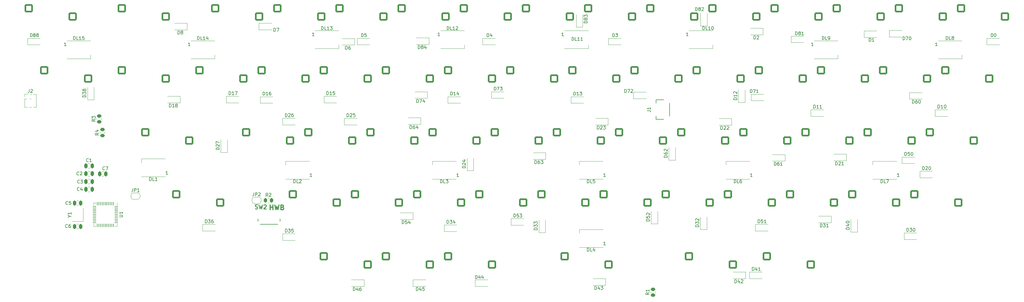
<source format=gbr>
%TF.GenerationSoftware,KiCad,Pcbnew,(6.0.7-1)-1*%
%TF.CreationDate,2022-10-03T12:17:23+02:00*%
%TF.ProjectId,hedgehog-lite,68656467-6568-46f6-972d-6c6974652e6b,rev?*%
%TF.SameCoordinates,Original*%
%TF.FileFunction,Legend,Top*%
%TF.FilePolarity,Positive*%
%FSLAX46Y46*%
G04 Gerber Fmt 4.6, Leading zero omitted, Abs format (unit mm)*
G04 Created by KiCad (PCBNEW (6.0.7-1)-1) date 2022-10-03 12:17:23*
%MOMM*%
%LPD*%
G01*
G04 APERTURE LIST*
G04 Aperture macros list*
%AMRoundRect*
0 Rectangle with rounded corners*
0 $1 Rounding radius*
0 $2 $3 $4 $5 $6 $7 $8 $9 X,Y pos of 4 corners*
0 Add a 4 corners polygon primitive as box body*
4,1,4,$2,$3,$4,$5,$6,$7,$8,$9,$2,$3,0*
0 Add four circle primitives for the rounded corners*
1,1,$1+$1,$2,$3*
1,1,$1+$1,$4,$5*
1,1,$1+$1,$6,$7*
1,1,$1+$1,$8,$9*
0 Add four rect primitives between the rounded corners*
20,1,$1+$1,$2,$3,$4,$5,0*
20,1,$1+$1,$4,$5,$6,$7,0*
20,1,$1+$1,$6,$7,$8,$9,0*
20,1,$1+$1,$8,$9,$2,$3,0*%
%AMFreePoly0*
4,1,22,0.500000,-0.750000,0.000000,-0.750000,0.000000,-0.745033,-0.079941,-0.743568,-0.215256,-0.701293,-0.333266,-0.622738,-0.424486,-0.514219,-0.481581,-0.384460,-0.499164,-0.250000,-0.500000,-0.250000,-0.500000,0.250000,-0.499164,0.250000,-0.499963,0.256109,-0.478152,0.396186,-0.417904,0.524511,-0.324060,0.630769,-0.204165,0.706417,-0.067858,0.745374,0.000000,0.744959,0.000000,0.750000,
0.500000,0.750000,0.500000,-0.750000,0.500000,-0.750000,$1*%
%AMFreePoly1*
4,1,20,0.000000,0.744959,0.073905,0.744508,0.209726,0.703889,0.328688,0.626782,0.421226,0.519385,0.479903,0.390333,0.500000,0.250000,0.500000,-0.250000,0.499851,-0.262216,0.476331,-0.402017,0.414519,-0.529596,0.319384,-0.634700,0.198574,-0.708877,0.061801,-0.746166,0.000000,-0.745033,0.000000,-0.750000,-0.500000,-0.750000,-0.500000,0.750000,0.000000,0.750000,0.000000,0.744959,
0.000000,0.744959,$1*%
G04 Aperture macros list end*
%ADD10C,0.300000*%
%ADD11C,0.150000*%
%ADD12C,0.254000*%
%ADD13C,0.120000*%
%ADD14C,0.063060*%
%ADD15C,0.200000*%
%ADD16C,0.450000*%
%ADD17FreePoly0,0.000000*%
%ADD18FreePoly1,0.000000*%
%ADD19R,1.100000X1.100000*%
%ADD20C,1.701800*%
%ADD21C,3.048000*%
%ADD22C,3.987800*%
%ADD23RoundRect,0.254000X-1.016000X-1.016000X1.016000X-1.016000X1.016000X1.016000X-1.016000X1.016000X0*%
%ADD24R,1.000000X1.000000*%
%ADD25O,1.000000X1.000000*%
%ADD26R,1.500000X1.000000*%
%ADD27RoundRect,0.250000X-0.250000X-0.475000X0.250000X-0.475000X0.250000X0.475000X-0.250000X0.475000X0*%
%ADD28R,1.800000X1.200000*%
%ADD29R,1.550000X0.600000*%
%ADD30RoundRect,0.250000X0.450000X-0.262500X0.450000X0.262500X-0.450000X0.262500X-0.450000X-0.262500X0*%
%ADD31RoundRect,0.250000X-0.262500X-0.450000X0.262500X-0.450000X0.262500X0.450000X-0.262500X0.450000X0*%
%ADD32RoundRect,0.250000X0.250000X0.475000X-0.250000X0.475000X-0.250000X-0.475000X0.250000X-0.475000X0*%
%ADD33RoundRect,0.062500X-0.062500X0.475000X-0.062500X-0.475000X0.062500X-0.475000X0.062500X0.475000X0*%
%ADD34RoundRect,0.062500X-0.475000X0.062500X-0.475000X-0.062500X0.475000X-0.062500X0.475000X0.062500X0*%
%ADD35R,5.200000X5.200000*%
%ADD36R,0.700000X1.500000*%
%ADD37R,1.000000X0.800000*%
%ADD38R,1.200000X1.400000*%
G04 APERTURE END LIST*
D10*
X125065885Y-142613771D02*
X125065885Y-141113771D01*
X125065885Y-141828057D02*
X125923028Y-141828057D01*
X125923028Y-142613771D02*
X125923028Y-141113771D01*
X126494457Y-141113771D02*
X126851600Y-142613771D01*
X127137314Y-141542342D01*
X127423028Y-142613771D01*
X127780171Y-141113771D01*
X128851600Y-141828057D02*
X129065885Y-141899485D01*
X129137314Y-141970914D01*
X129208742Y-142113771D01*
X129208742Y-142328057D01*
X129137314Y-142470914D01*
X129065885Y-142542342D01*
X128923028Y-142613771D01*
X128351600Y-142613771D01*
X128351600Y-141113771D01*
X128851600Y-141113771D01*
X128994457Y-141185200D01*
X129065885Y-141256628D01*
X129137314Y-141399485D01*
X129137314Y-141542342D01*
X129065885Y-141685200D01*
X128994457Y-141756628D01*
X128851600Y-141828057D01*
X128351600Y-141828057D01*
D11*
%TO.C,JP2*%
X120070666Y-137352380D02*
X120070666Y-138066666D01*
X120023047Y-138209523D01*
X119927809Y-138304761D01*
X119784952Y-138352380D01*
X119689714Y-138352380D01*
X120546857Y-138352380D02*
X120546857Y-137352380D01*
X120927809Y-137352380D01*
X121023047Y-137400000D01*
X121070666Y-137447619D01*
X121118285Y-137542857D01*
X121118285Y-137685714D01*
X121070666Y-137780952D01*
X121023047Y-137828571D01*
X120927809Y-137876190D01*
X120546857Y-137876190D01*
X121499238Y-137447619D02*
X121546857Y-137400000D01*
X121642095Y-137352380D01*
X121880190Y-137352380D01*
X121975428Y-137400000D01*
X122023047Y-137447619D01*
X122070666Y-137542857D01*
X122070666Y-137638095D01*
X122023047Y-137780952D01*
X121451619Y-138352380D01*
X122070666Y-138352380D01*
%TO.C,D5*%
X153059904Y-89434880D02*
X153059904Y-88434880D01*
X153298000Y-88434880D01*
X153440857Y-88482500D01*
X153536095Y-88577738D01*
X153583714Y-88672976D01*
X153631333Y-88863452D01*
X153631333Y-89006309D01*
X153583714Y-89196785D01*
X153536095Y-89292023D01*
X153440857Y-89387261D01*
X153298000Y-89434880D01*
X153059904Y-89434880D01*
X154536095Y-88434880D02*
X154059904Y-88434880D01*
X154012285Y-88911071D01*
X154059904Y-88863452D01*
X154155142Y-88815833D01*
X154393238Y-88815833D01*
X154488476Y-88863452D01*
X154536095Y-88911071D01*
X154583714Y-89006309D01*
X154583714Y-89244404D01*
X154536095Y-89339642D01*
X154488476Y-89387261D01*
X154393238Y-89434880D01*
X154155142Y-89434880D01*
X154059904Y-89387261D01*
X154012285Y-89339642D01*
%TO.C,D88*%
X51583714Y-89434880D02*
X51583714Y-88434880D01*
X51821809Y-88434880D01*
X51964666Y-88482500D01*
X52059904Y-88577738D01*
X52107523Y-88672976D01*
X52155142Y-88863452D01*
X52155142Y-89006309D01*
X52107523Y-89196785D01*
X52059904Y-89292023D01*
X51964666Y-89387261D01*
X51821809Y-89434880D01*
X51583714Y-89434880D01*
X52726571Y-88863452D02*
X52631333Y-88815833D01*
X52583714Y-88768214D01*
X52536095Y-88672976D01*
X52536095Y-88625357D01*
X52583714Y-88530119D01*
X52631333Y-88482500D01*
X52726571Y-88434880D01*
X52917047Y-88434880D01*
X53012285Y-88482500D01*
X53059904Y-88530119D01*
X53107523Y-88625357D01*
X53107523Y-88672976D01*
X53059904Y-88768214D01*
X53012285Y-88815833D01*
X52917047Y-88863452D01*
X52726571Y-88863452D01*
X52631333Y-88911071D01*
X52583714Y-88958690D01*
X52536095Y-89053928D01*
X52536095Y-89244404D01*
X52583714Y-89339642D01*
X52631333Y-89387261D01*
X52726571Y-89434880D01*
X52917047Y-89434880D01*
X53012285Y-89387261D01*
X53059904Y-89339642D01*
X53107523Y-89244404D01*
X53107523Y-89053928D01*
X53059904Y-88958690D01*
X53012285Y-88911071D01*
X52917047Y-88863452D01*
X53678952Y-88863452D02*
X53583714Y-88815833D01*
X53536095Y-88768214D01*
X53488476Y-88672976D01*
X53488476Y-88625357D01*
X53536095Y-88530119D01*
X53583714Y-88482500D01*
X53678952Y-88434880D01*
X53869428Y-88434880D01*
X53964666Y-88482500D01*
X54012285Y-88530119D01*
X54059904Y-88625357D01*
X54059904Y-88672976D01*
X54012285Y-88768214D01*
X53964666Y-88815833D01*
X53869428Y-88863452D01*
X53678952Y-88863452D01*
X53583714Y-88911071D01*
X53536095Y-88958690D01*
X53488476Y-89053928D01*
X53488476Y-89244404D01*
X53536095Y-89339642D01*
X53583714Y-89387261D01*
X53678952Y-89434880D01*
X53869428Y-89434880D01*
X53964666Y-89387261D01*
X54012285Y-89339642D01*
X54059904Y-89244404D01*
X54059904Y-89053928D01*
X54012285Y-88958690D01*
X53964666Y-88911071D01*
X53869428Y-88863452D01*
%TO.C,JP1*%
X82935866Y-136031580D02*
X82935866Y-136745866D01*
X82888247Y-136888723D01*
X82793009Y-136983961D01*
X82650152Y-137031580D01*
X82554914Y-137031580D01*
X83412057Y-137031580D02*
X83412057Y-136031580D01*
X83793009Y-136031580D01*
X83888247Y-136079200D01*
X83935866Y-136126819D01*
X83983485Y-136222057D01*
X83983485Y-136364914D01*
X83935866Y-136460152D01*
X83888247Y-136507771D01*
X83793009Y-136555390D01*
X83412057Y-136555390D01*
X84935866Y-137031580D02*
X84364438Y-137031580D01*
X84650152Y-137031580D02*
X84650152Y-136031580D01*
X84554914Y-136174438D01*
X84459676Y-136269676D01*
X84364438Y-136317295D01*
%TO.C,D11*%
X291647714Y-111386880D02*
X291647714Y-110386880D01*
X291885809Y-110386880D01*
X292028666Y-110434500D01*
X292123904Y-110529738D01*
X292171523Y-110624976D01*
X292219142Y-110815452D01*
X292219142Y-110958309D01*
X292171523Y-111148785D01*
X292123904Y-111244023D01*
X292028666Y-111339261D01*
X291885809Y-111386880D01*
X291647714Y-111386880D01*
X293171523Y-111386880D02*
X292600095Y-111386880D01*
X292885809Y-111386880D02*
X292885809Y-110386880D01*
X292790571Y-110529738D01*
X292695333Y-110624976D01*
X292600095Y-110672595D01*
X294123904Y-111386880D02*
X293552476Y-111386880D01*
X293838190Y-111386880D02*
X293838190Y-110386880D01*
X293742952Y-110529738D01*
X293647714Y-110624976D01*
X293552476Y-110672595D01*
%TO.C,J2*%
X51235666Y-105572980D02*
X51235666Y-106287266D01*
X51188047Y-106430123D01*
X51092809Y-106525361D01*
X50949952Y-106572980D01*
X50854714Y-106572980D01*
X51664238Y-105668219D02*
X51711857Y-105620600D01*
X51807095Y-105572980D01*
X52045190Y-105572980D01*
X52140428Y-105620600D01*
X52188047Y-105668219D01*
X52235666Y-105763457D01*
X52235666Y-105858695D01*
X52188047Y-106001552D01*
X51616619Y-106572980D01*
X52235666Y-106572980D01*
%TO.C,D31*%
X293705114Y-147899380D02*
X293705114Y-146899380D01*
X293943209Y-146899380D01*
X294086066Y-146947000D01*
X294181304Y-147042238D01*
X294228923Y-147137476D01*
X294276542Y-147327952D01*
X294276542Y-147470809D01*
X294228923Y-147661285D01*
X294181304Y-147756523D01*
X294086066Y-147851761D01*
X293943209Y-147899380D01*
X293705114Y-147899380D01*
X294609876Y-146899380D02*
X295228923Y-146899380D01*
X294895590Y-147280333D01*
X295038447Y-147280333D01*
X295133685Y-147327952D01*
X295181304Y-147375571D01*
X295228923Y-147470809D01*
X295228923Y-147708904D01*
X295181304Y-147804142D01*
X295133685Y-147851761D01*
X295038447Y-147899380D01*
X294752733Y-147899380D01*
X294657495Y-147851761D01*
X294609876Y-147804142D01*
X296181304Y-147899380D02*
X295609876Y-147899380D01*
X295895590Y-147899380D02*
X295895590Y-146899380D01*
X295800352Y-147042238D01*
X295705114Y-147137476D01*
X295609876Y-147185095D01*
%TO.C,D60*%
X321924514Y-109875580D02*
X321924514Y-108875580D01*
X322162609Y-108875580D01*
X322305466Y-108923200D01*
X322400704Y-109018438D01*
X322448323Y-109113676D01*
X322495942Y-109304152D01*
X322495942Y-109447009D01*
X322448323Y-109637485D01*
X322400704Y-109732723D01*
X322305466Y-109827961D01*
X322162609Y-109875580D01*
X321924514Y-109875580D01*
X323353085Y-108875580D02*
X323162609Y-108875580D01*
X323067371Y-108923200D01*
X323019752Y-108970819D01*
X322924514Y-109113676D01*
X322876895Y-109304152D01*
X322876895Y-109685104D01*
X322924514Y-109780342D01*
X322972133Y-109827961D01*
X323067371Y-109875580D01*
X323257847Y-109875580D01*
X323353085Y-109827961D01*
X323400704Y-109780342D01*
X323448323Y-109685104D01*
X323448323Y-109447009D01*
X323400704Y-109351771D01*
X323353085Y-109304152D01*
X323257847Y-109256533D01*
X323067371Y-109256533D01*
X322972133Y-109304152D01*
X322924514Y-109351771D01*
X322876895Y-109447009D01*
X324067371Y-108875580D02*
X324162609Y-108875580D01*
X324257847Y-108923200D01*
X324305466Y-108970819D01*
X324353085Y-109066057D01*
X324400704Y-109256533D01*
X324400704Y-109494628D01*
X324353085Y-109685104D01*
X324305466Y-109780342D01*
X324257847Y-109827961D01*
X324162609Y-109875580D01*
X324067371Y-109875580D01*
X323972133Y-109827961D01*
X323924514Y-109780342D01*
X323876895Y-109685104D01*
X323829276Y-109494628D01*
X323829276Y-109256533D01*
X323876895Y-109066057D01*
X323924514Y-108970819D01*
X323972133Y-108923200D01*
X324067371Y-108875580D01*
%TO.C,D41*%
X272848714Y-161257380D02*
X272848714Y-160257380D01*
X273086809Y-160257380D01*
X273229666Y-160305000D01*
X273324904Y-160400238D01*
X273372523Y-160495476D01*
X273420142Y-160685952D01*
X273420142Y-160828809D01*
X273372523Y-161019285D01*
X273324904Y-161114523D01*
X273229666Y-161209761D01*
X273086809Y-161257380D01*
X272848714Y-161257380D01*
X274277285Y-160590714D02*
X274277285Y-161257380D01*
X274039190Y-160209761D02*
X273801095Y-160924047D01*
X274420142Y-160924047D01*
X275324904Y-161257380D02*
X274753476Y-161257380D01*
X275039190Y-161257380D02*
X275039190Y-160257380D01*
X274943952Y-160400238D01*
X274848714Y-160495476D01*
X274753476Y-160543095D01*
%TO.C,D3*%
X230059904Y-89434880D02*
X230059904Y-88434880D01*
X230298000Y-88434880D01*
X230440857Y-88482500D01*
X230536095Y-88577738D01*
X230583714Y-88672976D01*
X230631333Y-88863452D01*
X230631333Y-89006309D01*
X230583714Y-89196785D01*
X230536095Y-89292023D01*
X230440857Y-89387261D01*
X230298000Y-89434880D01*
X230059904Y-89434880D01*
X230964666Y-88434880D02*
X231583714Y-88434880D01*
X231250380Y-88815833D01*
X231393238Y-88815833D01*
X231488476Y-88863452D01*
X231536095Y-88911071D01*
X231583714Y-89006309D01*
X231583714Y-89244404D01*
X231536095Y-89339642D01*
X231488476Y-89387261D01*
X231393238Y-89434880D01*
X231107523Y-89434880D01*
X231012285Y-89387261D01*
X230964666Y-89339642D01*
%TO.C,D2*%
X273327904Y-90139780D02*
X273327904Y-89139780D01*
X273566000Y-89139780D01*
X273708857Y-89187400D01*
X273804095Y-89282638D01*
X273851714Y-89377876D01*
X273899333Y-89568352D01*
X273899333Y-89711209D01*
X273851714Y-89901685D01*
X273804095Y-89996923D01*
X273708857Y-90092161D01*
X273566000Y-90139780D01*
X273327904Y-90139780D01*
X274280285Y-89235019D02*
X274327904Y-89187400D01*
X274423142Y-89139780D01*
X274661238Y-89139780D01*
X274756476Y-89187400D01*
X274804095Y-89235019D01*
X274851714Y-89330257D01*
X274851714Y-89425495D01*
X274804095Y-89568352D01*
X274232666Y-90139780D01*
X274851714Y-90139780D01*
%TO.C,DL14*%
X102805952Y-90339880D02*
X102805952Y-89339880D01*
X103044047Y-89339880D01*
X103186904Y-89387500D01*
X103282142Y-89482738D01*
X103329761Y-89577976D01*
X103377380Y-89768452D01*
X103377380Y-89911309D01*
X103329761Y-90101785D01*
X103282142Y-90197023D01*
X103186904Y-90292261D01*
X103044047Y-90339880D01*
X102805952Y-90339880D01*
X104282142Y-90339880D02*
X103805952Y-90339880D01*
X103805952Y-89339880D01*
X105139285Y-90339880D02*
X104567857Y-90339880D01*
X104853571Y-90339880D02*
X104853571Y-89339880D01*
X104758333Y-89482738D01*
X104663095Y-89577976D01*
X104567857Y-89625595D01*
X105996428Y-89673214D02*
X105996428Y-90339880D01*
X105758333Y-89292261D02*
X105520238Y-90006547D01*
X106139285Y-90006547D01*
X100560714Y-92239880D02*
X99989285Y-92239880D01*
X100275000Y-92239880D02*
X100275000Y-91239880D01*
X100179761Y-91382738D01*
X100084523Y-91477976D01*
X99989285Y-91525595D01*
%TO.C,DL1*%
X88112742Y-133644780D02*
X88112742Y-132644780D01*
X88350838Y-132644780D01*
X88493695Y-132692400D01*
X88588933Y-132787638D01*
X88636552Y-132882876D01*
X88684171Y-133073352D01*
X88684171Y-133216209D01*
X88636552Y-133406685D01*
X88588933Y-133501923D01*
X88493695Y-133597161D01*
X88350838Y-133644780D01*
X88112742Y-133644780D01*
X89588933Y-133644780D02*
X89112742Y-133644780D01*
X89112742Y-132644780D01*
X90446076Y-133644780D02*
X89874647Y-133644780D01*
X90160361Y-133644780D02*
X90160361Y-132644780D01*
X90065123Y-132787638D01*
X89969885Y-132882876D01*
X89874647Y-132930495D01*
X93691314Y-131744780D02*
X93119885Y-131744780D01*
X93405600Y-131744780D02*
X93405600Y-130744780D01*
X93310361Y-130887638D01*
X93215123Y-130982876D01*
X93119885Y-131030495D01*
%TO.C,D53*%
X199733714Y-144872380D02*
X199733714Y-143872380D01*
X199971809Y-143872380D01*
X200114666Y-143920000D01*
X200209904Y-144015238D01*
X200257523Y-144110476D01*
X200305142Y-144300952D01*
X200305142Y-144443809D01*
X200257523Y-144634285D01*
X200209904Y-144729523D01*
X200114666Y-144824761D01*
X199971809Y-144872380D01*
X199733714Y-144872380D01*
X201209904Y-143872380D02*
X200733714Y-143872380D01*
X200686095Y-144348571D01*
X200733714Y-144300952D01*
X200828952Y-144253333D01*
X201067047Y-144253333D01*
X201162285Y-144300952D01*
X201209904Y-144348571D01*
X201257523Y-144443809D01*
X201257523Y-144681904D01*
X201209904Y-144777142D01*
X201162285Y-144824761D01*
X201067047Y-144872380D01*
X200828952Y-144872380D01*
X200733714Y-144824761D01*
X200686095Y-144777142D01*
X201590857Y-143872380D02*
X202209904Y-143872380D01*
X201876571Y-144253333D01*
X202019428Y-144253333D01*
X202114666Y-144300952D01*
X202162285Y-144348571D01*
X202209904Y-144443809D01*
X202209904Y-144681904D01*
X202162285Y-144777142D01*
X202114666Y-144824761D01*
X202019428Y-144872380D01*
X201733714Y-144872380D01*
X201638476Y-144824761D01*
X201590857Y-144777142D01*
%TO.C,D44*%
X187964914Y-163774380D02*
X187964914Y-162774380D01*
X188203009Y-162774380D01*
X188345866Y-162822000D01*
X188441104Y-162917238D01*
X188488723Y-163012476D01*
X188536342Y-163202952D01*
X188536342Y-163345809D01*
X188488723Y-163536285D01*
X188441104Y-163631523D01*
X188345866Y-163726761D01*
X188203009Y-163774380D01*
X187964914Y-163774380D01*
X189393485Y-163107714D02*
X189393485Y-163774380D01*
X189155390Y-162726761D02*
X188917295Y-163441047D01*
X189536342Y-163441047D01*
X190345866Y-163107714D02*
X190345866Y-163774380D01*
X190107771Y-162726761D02*
X189869676Y-163441047D01*
X190488723Y-163441047D01*
%TO.C,D54*%
X165533714Y-146906380D02*
X165533714Y-145906380D01*
X165771809Y-145906380D01*
X165914666Y-145954000D01*
X166009904Y-146049238D01*
X166057523Y-146144476D01*
X166105142Y-146334952D01*
X166105142Y-146477809D01*
X166057523Y-146668285D01*
X166009904Y-146763523D01*
X165914666Y-146858761D01*
X165771809Y-146906380D01*
X165533714Y-146906380D01*
X167009904Y-145906380D02*
X166533714Y-145906380D01*
X166486095Y-146382571D01*
X166533714Y-146334952D01*
X166628952Y-146287333D01*
X166867047Y-146287333D01*
X166962285Y-146334952D01*
X167009904Y-146382571D01*
X167057523Y-146477809D01*
X167057523Y-146715904D01*
X167009904Y-146811142D01*
X166962285Y-146858761D01*
X166867047Y-146906380D01*
X166628952Y-146906380D01*
X166533714Y-146858761D01*
X166486095Y-146811142D01*
X167914666Y-146239714D02*
X167914666Y-146906380D01*
X167676571Y-145858761D02*
X167438476Y-146573047D01*
X168057523Y-146573047D01*
%TO.C,D16*%
X122864714Y-107386380D02*
X122864714Y-106386380D01*
X123102809Y-106386380D01*
X123245666Y-106434000D01*
X123340904Y-106529238D01*
X123388523Y-106624476D01*
X123436142Y-106814952D01*
X123436142Y-106957809D01*
X123388523Y-107148285D01*
X123340904Y-107243523D01*
X123245666Y-107338761D01*
X123102809Y-107386380D01*
X122864714Y-107386380D01*
X124388523Y-107386380D02*
X123817095Y-107386380D01*
X124102809Y-107386380D02*
X124102809Y-106386380D01*
X124007571Y-106529238D01*
X123912333Y-106624476D01*
X123817095Y-106672095D01*
X125245666Y-106386380D02*
X125055190Y-106386380D01*
X124959952Y-106434000D01*
X124912333Y-106481619D01*
X124817095Y-106624476D01*
X124769476Y-106814952D01*
X124769476Y-107195904D01*
X124817095Y-107291142D01*
X124864714Y-107338761D01*
X124959952Y-107386380D01*
X125150428Y-107386380D01*
X125245666Y-107338761D01*
X125293285Y-107291142D01*
X125340904Y-107195904D01*
X125340904Y-106957809D01*
X125293285Y-106862571D01*
X125245666Y-106814952D01*
X125150428Y-106767333D01*
X124959952Y-106767333D01*
X124864714Y-106814952D01*
X124817095Y-106862571D01*
X124769476Y-106957809D01*
%TO.C,D14*%
X180395714Y-107386380D02*
X180395714Y-106386380D01*
X180633809Y-106386380D01*
X180776666Y-106434000D01*
X180871904Y-106529238D01*
X180919523Y-106624476D01*
X180967142Y-106814952D01*
X180967142Y-106957809D01*
X180919523Y-107148285D01*
X180871904Y-107243523D01*
X180776666Y-107338761D01*
X180633809Y-107386380D01*
X180395714Y-107386380D01*
X181919523Y-107386380D02*
X181348095Y-107386380D01*
X181633809Y-107386380D02*
X181633809Y-106386380D01*
X181538571Y-106529238D01*
X181443333Y-106624476D01*
X181348095Y-106672095D01*
X182776666Y-106719714D02*
X182776666Y-107386380D01*
X182538571Y-106338761D02*
X182300476Y-107053047D01*
X182919523Y-107053047D01*
%TO.C,D20*%
X325048714Y-130309880D02*
X325048714Y-129309880D01*
X325286809Y-129309880D01*
X325429666Y-129357500D01*
X325524904Y-129452738D01*
X325572523Y-129547976D01*
X325620142Y-129738452D01*
X325620142Y-129881309D01*
X325572523Y-130071785D01*
X325524904Y-130167023D01*
X325429666Y-130262261D01*
X325286809Y-130309880D01*
X325048714Y-130309880D01*
X326001095Y-129405119D02*
X326048714Y-129357500D01*
X326143952Y-129309880D01*
X326382047Y-129309880D01*
X326477285Y-129357500D01*
X326524904Y-129405119D01*
X326572523Y-129500357D01*
X326572523Y-129595595D01*
X326524904Y-129738452D01*
X325953476Y-130309880D01*
X326572523Y-130309880D01*
X327191571Y-129309880D02*
X327286809Y-129309880D01*
X327382047Y-129357500D01*
X327429666Y-129405119D01*
X327477285Y-129500357D01*
X327524904Y-129690833D01*
X327524904Y-129928928D01*
X327477285Y-130119404D01*
X327429666Y-130214642D01*
X327382047Y-130262261D01*
X327286809Y-130309880D01*
X327191571Y-130309880D01*
X327096333Y-130262261D01*
X327048714Y-130214642D01*
X327001095Y-130119404D01*
X326953476Y-129928928D01*
X326953476Y-129690833D01*
X327001095Y-129500357D01*
X327048714Y-129405119D01*
X327096333Y-129357500D01*
X327191571Y-129309880D01*
%TO.C,D30*%
X320222714Y-149232880D02*
X320222714Y-148232880D01*
X320460809Y-148232880D01*
X320603666Y-148280500D01*
X320698904Y-148375738D01*
X320746523Y-148470976D01*
X320794142Y-148661452D01*
X320794142Y-148804309D01*
X320746523Y-148994785D01*
X320698904Y-149090023D01*
X320603666Y-149185261D01*
X320460809Y-149232880D01*
X320222714Y-149232880D01*
X321127476Y-148232880D02*
X321746523Y-148232880D01*
X321413190Y-148613833D01*
X321556047Y-148613833D01*
X321651285Y-148661452D01*
X321698904Y-148709071D01*
X321746523Y-148804309D01*
X321746523Y-149042404D01*
X321698904Y-149137642D01*
X321651285Y-149185261D01*
X321556047Y-149232880D01*
X321270333Y-149232880D01*
X321175095Y-149185261D01*
X321127476Y-149137642D01*
X322365571Y-148232880D02*
X322460809Y-148232880D01*
X322556047Y-148280500D01*
X322603666Y-148328119D01*
X322651285Y-148423357D01*
X322698904Y-148613833D01*
X322698904Y-148851928D01*
X322651285Y-149042404D01*
X322603666Y-149137642D01*
X322556047Y-149185261D01*
X322460809Y-149232880D01*
X322365571Y-149232880D01*
X322270333Y-149185261D01*
X322222714Y-149137642D01*
X322175095Y-149042404D01*
X322127476Y-148851928D01*
X322127476Y-148613833D01*
X322175095Y-148423357D01*
X322222714Y-148328119D01*
X322270333Y-148280500D01*
X322365571Y-148232880D01*
%TO.C,C3*%
X66658333Y-134351142D02*
X66610714Y-134398761D01*
X66467857Y-134446380D01*
X66372619Y-134446380D01*
X66229761Y-134398761D01*
X66134523Y-134303523D01*
X66086904Y-134208285D01*
X66039285Y-134017809D01*
X66039285Y-133874952D01*
X66086904Y-133684476D01*
X66134523Y-133589238D01*
X66229761Y-133494000D01*
X66372619Y-133446380D01*
X66467857Y-133446380D01*
X66610714Y-133494000D01*
X66658333Y-133541619D01*
X66991666Y-133446380D02*
X67610714Y-133446380D01*
X67277380Y-133827333D01*
X67420238Y-133827333D01*
X67515476Y-133874952D01*
X67563095Y-133922571D01*
X67610714Y-134017809D01*
X67610714Y-134255904D01*
X67563095Y-134351142D01*
X67515476Y-134398761D01*
X67420238Y-134446380D01*
X67134523Y-134446380D01*
X67039285Y-134398761D01*
X66991666Y-134351142D01*
%TO.C,D4*%
X191559904Y-89434880D02*
X191559904Y-88434880D01*
X191798000Y-88434880D01*
X191940857Y-88482500D01*
X192036095Y-88577738D01*
X192083714Y-88672976D01*
X192131333Y-88863452D01*
X192131333Y-89006309D01*
X192083714Y-89196785D01*
X192036095Y-89292023D01*
X191940857Y-89387261D01*
X191798000Y-89434880D01*
X191559904Y-89434880D01*
X192988476Y-88768214D02*
X192988476Y-89434880D01*
X192750380Y-88387261D02*
X192512285Y-89101547D01*
X193131333Y-89101547D01*
%TO.C,DL3*%
X177282142Y-134339880D02*
X177282142Y-133339880D01*
X177520238Y-133339880D01*
X177663095Y-133387500D01*
X177758333Y-133482738D01*
X177805952Y-133577976D01*
X177853571Y-133768452D01*
X177853571Y-133911309D01*
X177805952Y-134101785D01*
X177758333Y-134197023D01*
X177663095Y-134292261D01*
X177520238Y-134339880D01*
X177282142Y-134339880D01*
X178758333Y-134339880D02*
X178282142Y-134339880D01*
X178282142Y-133339880D01*
X178996428Y-133339880D02*
X179615476Y-133339880D01*
X179282142Y-133720833D01*
X179425000Y-133720833D01*
X179520238Y-133768452D01*
X179567857Y-133816071D01*
X179615476Y-133911309D01*
X179615476Y-134149404D01*
X179567857Y-134244642D01*
X179520238Y-134292261D01*
X179425000Y-134339880D01*
X179139285Y-134339880D01*
X179044047Y-134292261D01*
X178996428Y-134244642D01*
X182860714Y-132439880D02*
X182289285Y-132439880D01*
X182575000Y-132439880D02*
X182575000Y-131439880D01*
X182479761Y-131582738D01*
X182384523Y-131677976D01*
X182289285Y-131725595D01*
%TO.C,D81*%
X286110514Y-88895180D02*
X286110514Y-87895180D01*
X286348609Y-87895180D01*
X286491466Y-87942800D01*
X286586704Y-88038038D01*
X286634323Y-88133276D01*
X286681942Y-88323752D01*
X286681942Y-88466609D01*
X286634323Y-88657085D01*
X286586704Y-88752323D01*
X286491466Y-88847561D01*
X286348609Y-88895180D01*
X286110514Y-88895180D01*
X287253371Y-88323752D02*
X287158133Y-88276133D01*
X287110514Y-88228514D01*
X287062895Y-88133276D01*
X287062895Y-88085657D01*
X287110514Y-87990419D01*
X287158133Y-87942800D01*
X287253371Y-87895180D01*
X287443847Y-87895180D01*
X287539085Y-87942800D01*
X287586704Y-87990419D01*
X287634323Y-88085657D01*
X287634323Y-88133276D01*
X287586704Y-88228514D01*
X287539085Y-88276133D01*
X287443847Y-88323752D01*
X287253371Y-88323752D01*
X287158133Y-88371371D01*
X287110514Y-88418990D01*
X287062895Y-88514228D01*
X287062895Y-88704704D01*
X287110514Y-88799942D01*
X287158133Y-88847561D01*
X287253371Y-88895180D01*
X287443847Y-88895180D01*
X287539085Y-88847561D01*
X287586704Y-88799942D01*
X287634323Y-88704704D01*
X287634323Y-88514228D01*
X287586704Y-88418990D01*
X287539085Y-88371371D01*
X287443847Y-88323752D01*
X288586704Y-88895180D02*
X288015276Y-88895180D01*
X288300990Y-88895180D02*
X288300990Y-87895180D01*
X288205752Y-88038038D01*
X288110514Y-88133276D01*
X288015276Y-88180895D01*
%TO.C,D10*%
X329747714Y-111386880D02*
X329747714Y-110386880D01*
X329985809Y-110386880D01*
X330128666Y-110434500D01*
X330223904Y-110529738D01*
X330271523Y-110624976D01*
X330319142Y-110815452D01*
X330319142Y-110958309D01*
X330271523Y-111148785D01*
X330223904Y-111244023D01*
X330128666Y-111339261D01*
X329985809Y-111386880D01*
X329747714Y-111386880D01*
X331271523Y-111386880D02*
X330700095Y-111386880D01*
X330985809Y-111386880D02*
X330985809Y-110386880D01*
X330890571Y-110529738D01*
X330795333Y-110624976D01*
X330700095Y-110672595D01*
X331890571Y-110386880D02*
X331985809Y-110386880D01*
X332081047Y-110434500D01*
X332128666Y-110482119D01*
X332176285Y-110577357D01*
X332223904Y-110767833D01*
X332223904Y-111005928D01*
X332176285Y-111196404D01*
X332128666Y-111291642D01*
X332081047Y-111339261D01*
X331985809Y-111386880D01*
X331890571Y-111386880D01*
X331795333Y-111339261D01*
X331747714Y-111291642D01*
X331700095Y-111196404D01*
X331652476Y-111005928D01*
X331652476Y-110767833D01*
X331700095Y-110577357D01*
X331747714Y-110482119D01*
X331795333Y-110434500D01*
X331890571Y-110386880D01*
%TO.C,D50*%
X319583714Y-125934880D02*
X319583714Y-124934880D01*
X319821809Y-124934880D01*
X319964666Y-124982500D01*
X320059904Y-125077738D01*
X320107523Y-125172976D01*
X320155142Y-125363452D01*
X320155142Y-125506309D01*
X320107523Y-125696785D01*
X320059904Y-125792023D01*
X319964666Y-125887261D01*
X319821809Y-125934880D01*
X319583714Y-125934880D01*
X321059904Y-124934880D02*
X320583714Y-124934880D01*
X320536095Y-125411071D01*
X320583714Y-125363452D01*
X320678952Y-125315833D01*
X320917047Y-125315833D01*
X321012285Y-125363452D01*
X321059904Y-125411071D01*
X321107523Y-125506309D01*
X321107523Y-125744404D01*
X321059904Y-125839642D01*
X321012285Y-125887261D01*
X320917047Y-125934880D01*
X320678952Y-125934880D01*
X320583714Y-125887261D01*
X320536095Y-125839642D01*
X321726571Y-124934880D02*
X321821809Y-124934880D01*
X321917047Y-124982500D01*
X321964666Y-125030119D01*
X322012285Y-125125357D01*
X322059904Y-125315833D01*
X322059904Y-125553928D01*
X322012285Y-125744404D01*
X321964666Y-125839642D01*
X321917047Y-125887261D01*
X321821809Y-125934880D01*
X321726571Y-125934880D01*
X321631333Y-125887261D01*
X321583714Y-125839642D01*
X321536095Y-125744404D01*
X321488476Y-125553928D01*
X321488476Y-125315833D01*
X321536095Y-125125357D01*
X321583714Y-125030119D01*
X321631333Y-124982500D01*
X321726571Y-124934880D01*
%TO.C,D35*%
X129722714Y-149486880D02*
X129722714Y-148486880D01*
X129960809Y-148486880D01*
X130103666Y-148534500D01*
X130198904Y-148629738D01*
X130246523Y-148724976D01*
X130294142Y-148915452D01*
X130294142Y-149058309D01*
X130246523Y-149248785D01*
X130198904Y-149344023D01*
X130103666Y-149439261D01*
X129960809Y-149486880D01*
X129722714Y-149486880D01*
X130627476Y-148486880D02*
X131246523Y-148486880D01*
X130913190Y-148867833D01*
X131056047Y-148867833D01*
X131151285Y-148915452D01*
X131198904Y-148963071D01*
X131246523Y-149058309D01*
X131246523Y-149296404D01*
X131198904Y-149391642D01*
X131151285Y-149439261D01*
X131056047Y-149486880D01*
X130770333Y-149486880D01*
X130675095Y-149439261D01*
X130627476Y-149391642D01*
X132151285Y-148486880D02*
X131675095Y-148486880D01*
X131627476Y-148963071D01*
X131675095Y-148915452D01*
X131770333Y-148867833D01*
X132008428Y-148867833D01*
X132103666Y-148915452D01*
X132151285Y-148963071D01*
X132198904Y-149058309D01*
X132198904Y-149296404D01*
X132151285Y-149391642D01*
X132103666Y-149439261D01*
X132008428Y-149486880D01*
X131770333Y-149486880D01*
X131675095Y-149439261D01*
X131627476Y-149391642D01*
%TO.C,D38*%
X68622380Y-107966285D02*
X67622380Y-107966285D01*
X67622380Y-107728190D01*
X67670000Y-107585333D01*
X67765238Y-107490095D01*
X67860476Y-107442476D01*
X68050952Y-107394857D01*
X68193809Y-107394857D01*
X68384285Y-107442476D01*
X68479523Y-107490095D01*
X68574761Y-107585333D01*
X68622380Y-107728190D01*
X68622380Y-107966285D01*
X67622380Y-107061523D02*
X67622380Y-106442476D01*
X68003333Y-106775809D01*
X68003333Y-106632952D01*
X68050952Y-106537714D01*
X68098571Y-106490095D01*
X68193809Y-106442476D01*
X68431904Y-106442476D01*
X68527142Y-106490095D01*
X68574761Y-106537714D01*
X68622380Y-106632952D01*
X68622380Y-106918666D01*
X68574761Y-107013904D01*
X68527142Y-107061523D01*
X68050952Y-105871047D02*
X68003333Y-105966285D01*
X67955714Y-106013904D01*
X67860476Y-106061523D01*
X67812857Y-106061523D01*
X67717619Y-106013904D01*
X67670000Y-105966285D01*
X67622380Y-105871047D01*
X67622380Y-105680571D01*
X67670000Y-105585333D01*
X67717619Y-105537714D01*
X67812857Y-105490095D01*
X67860476Y-105490095D01*
X67955714Y-105537714D01*
X68003333Y-105585333D01*
X68050952Y-105680571D01*
X68050952Y-105871047D01*
X68098571Y-105966285D01*
X68146190Y-106013904D01*
X68241428Y-106061523D01*
X68431904Y-106061523D01*
X68527142Y-106013904D01*
X68574761Y-105966285D01*
X68622380Y-105871047D01*
X68622380Y-105680571D01*
X68574761Y-105585333D01*
X68527142Y-105537714D01*
X68431904Y-105490095D01*
X68241428Y-105490095D01*
X68146190Y-105537714D01*
X68098571Y-105585333D01*
X68050952Y-105680571D01*
%TO.C,D40*%
X302582380Y-148557285D02*
X301582380Y-148557285D01*
X301582380Y-148319190D01*
X301630000Y-148176333D01*
X301725238Y-148081095D01*
X301820476Y-148033476D01*
X302010952Y-147985857D01*
X302153809Y-147985857D01*
X302344285Y-148033476D01*
X302439523Y-148081095D01*
X302534761Y-148176333D01*
X302582380Y-148319190D01*
X302582380Y-148557285D01*
X301915714Y-147128714D02*
X302582380Y-147128714D01*
X301534761Y-147366809D02*
X302249047Y-147604904D01*
X302249047Y-146985857D01*
X301582380Y-146414428D02*
X301582380Y-146319190D01*
X301630000Y-146223952D01*
X301677619Y-146176333D01*
X301772857Y-146128714D01*
X301963333Y-146081095D01*
X302201428Y-146081095D01*
X302391904Y-146128714D01*
X302487142Y-146176333D01*
X302534761Y-146223952D01*
X302582380Y-146319190D01*
X302582380Y-146414428D01*
X302534761Y-146509666D01*
X302487142Y-146557285D01*
X302391904Y-146604904D01*
X302201428Y-146652523D01*
X301963333Y-146652523D01*
X301772857Y-146604904D01*
X301677619Y-146557285D01*
X301630000Y-146509666D01*
X301582380Y-146414428D01*
%TO.C,D6*%
X148131304Y-93340180D02*
X148131304Y-92340180D01*
X148369400Y-92340180D01*
X148512257Y-92387800D01*
X148607495Y-92483038D01*
X148655114Y-92578276D01*
X148702733Y-92768752D01*
X148702733Y-92911609D01*
X148655114Y-93102085D01*
X148607495Y-93197323D01*
X148512257Y-93292561D01*
X148369400Y-93340180D01*
X148131304Y-93340180D01*
X149559876Y-92340180D02*
X149369400Y-92340180D01*
X149274161Y-92387800D01*
X149226542Y-92435419D01*
X149131304Y-92578276D01*
X149083685Y-92768752D01*
X149083685Y-93149704D01*
X149131304Y-93244942D01*
X149178923Y-93292561D01*
X149274161Y-93340180D01*
X149464638Y-93340180D01*
X149559876Y-93292561D01*
X149607495Y-93244942D01*
X149655114Y-93149704D01*
X149655114Y-92911609D01*
X149607495Y-92816371D01*
X149559876Y-92768752D01*
X149464638Y-92721133D01*
X149274161Y-92721133D01*
X149178923Y-92768752D01*
X149131304Y-92816371D01*
X149083685Y-92911609D01*
%TO.C,J1*%
X240677380Y-112158333D02*
X241391666Y-112158333D01*
X241534523Y-112205952D01*
X241629761Y-112301190D01*
X241677380Y-112444047D01*
X241677380Y-112539285D01*
X241677380Y-111158333D02*
X241677380Y-111729761D01*
X241677380Y-111444047D02*
X240677380Y-111444047D01*
X240820238Y-111539285D01*
X240915476Y-111634523D01*
X240963095Y-111729761D01*
%TO.C,R4*%
X72462380Y-119038666D02*
X71986190Y-119372000D01*
X72462380Y-119610095D02*
X71462380Y-119610095D01*
X71462380Y-119229142D01*
X71510000Y-119133904D01*
X71557619Y-119086285D01*
X71652857Y-119038666D01*
X71795714Y-119038666D01*
X71890952Y-119086285D01*
X71938571Y-119133904D01*
X71986190Y-119229142D01*
X71986190Y-119610095D01*
X71795714Y-118181523D02*
X72462380Y-118181523D01*
X71414761Y-118419619D02*
X72129047Y-118657714D01*
X72129047Y-118038666D01*
%TO.C,D25*%
X148642714Y-114013380D02*
X148642714Y-113013380D01*
X148880809Y-113013380D01*
X149023666Y-113061000D01*
X149118904Y-113156238D01*
X149166523Y-113251476D01*
X149214142Y-113441952D01*
X149214142Y-113584809D01*
X149166523Y-113775285D01*
X149118904Y-113870523D01*
X149023666Y-113965761D01*
X148880809Y-114013380D01*
X148642714Y-114013380D01*
X149595095Y-113108619D02*
X149642714Y-113061000D01*
X149737952Y-113013380D01*
X149976047Y-113013380D01*
X150071285Y-113061000D01*
X150118904Y-113108619D01*
X150166523Y-113203857D01*
X150166523Y-113299095D01*
X150118904Y-113441952D01*
X149547476Y-114013380D01*
X150166523Y-114013380D01*
X151071285Y-113013380D02*
X150595095Y-113013380D01*
X150547476Y-113489571D01*
X150595095Y-113441952D01*
X150690333Y-113394333D01*
X150928428Y-113394333D01*
X151023666Y-113441952D01*
X151071285Y-113489571D01*
X151118904Y-113584809D01*
X151118904Y-113822904D01*
X151071285Y-113918142D01*
X151023666Y-113965761D01*
X150928428Y-114013380D01*
X150690333Y-114013380D01*
X150595095Y-113965761D01*
X150547476Y-113918142D01*
%TO.C,D82*%
X255427314Y-81427580D02*
X255427314Y-80427580D01*
X255665409Y-80427580D01*
X255808266Y-80475200D01*
X255903504Y-80570438D01*
X255951123Y-80665676D01*
X255998742Y-80856152D01*
X255998742Y-80999009D01*
X255951123Y-81189485D01*
X255903504Y-81284723D01*
X255808266Y-81379961D01*
X255665409Y-81427580D01*
X255427314Y-81427580D01*
X256570171Y-80856152D02*
X256474933Y-80808533D01*
X256427314Y-80760914D01*
X256379695Y-80665676D01*
X256379695Y-80618057D01*
X256427314Y-80522819D01*
X256474933Y-80475200D01*
X256570171Y-80427580D01*
X256760647Y-80427580D01*
X256855885Y-80475200D01*
X256903504Y-80522819D01*
X256951123Y-80618057D01*
X256951123Y-80665676D01*
X256903504Y-80760914D01*
X256855885Y-80808533D01*
X256760647Y-80856152D01*
X256570171Y-80856152D01*
X256474933Y-80903771D01*
X256427314Y-80951390D01*
X256379695Y-81046628D01*
X256379695Y-81237104D01*
X256427314Y-81332342D01*
X256474933Y-81379961D01*
X256570171Y-81427580D01*
X256760647Y-81427580D01*
X256855885Y-81379961D01*
X256903504Y-81332342D01*
X256951123Y-81237104D01*
X256951123Y-81046628D01*
X256903504Y-80951390D01*
X256855885Y-80903771D01*
X256760647Y-80856152D01*
X257332076Y-80522819D02*
X257379695Y-80475200D01*
X257474933Y-80427580D01*
X257713028Y-80427580D01*
X257808266Y-80475200D01*
X257855885Y-80522819D01*
X257903504Y-80618057D01*
X257903504Y-80713295D01*
X257855885Y-80856152D01*
X257284457Y-81427580D01*
X257903504Y-81427580D01*
%TO.C,D8*%
X96797904Y-88615780D02*
X96797904Y-87615780D01*
X97036000Y-87615780D01*
X97178857Y-87663400D01*
X97274095Y-87758638D01*
X97321714Y-87853876D01*
X97369333Y-88044352D01*
X97369333Y-88187209D01*
X97321714Y-88377685D01*
X97274095Y-88472923D01*
X97178857Y-88568161D01*
X97036000Y-88615780D01*
X96797904Y-88615780D01*
X97940761Y-88044352D02*
X97845523Y-87996733D01*
X97797904Y-87949114D01*
X97750285Y-87853876D01*
X97750285Y-87806257D01*
X97797904Y-87711019D01*
X97845523Y-87663400D01*
X97940761Y-87615780D01*
X98131238Y-87615780D01*
X98226476Y-87663400D01*
X98274095Y-87711019D01*
X98321714Y-87806257D01*
X98321714Y-87853876D01*
X98274095Y-87949114D01*
X98226476Y-87996733D01*
X98131238Y-88044352D01*
X97940761Y-88044352D01*
X97845523Y-88091971D01*
X97797904Y-88139590D01*
X97750285Y-88234828D01*
X97750285Y-88425304D01*
X97797904Y-88520542D01*
X97845523Y-88568161D01*
X97940761Y-88615780D01*
X98131238Y-88615780D01*
X98226476Y-88568161D01*
X98274095Y-88520542D01*
X98321714Y-88425304D01*
X98321714Y-88234828D01*
X98274095Y-88139590D01*
X98226476Y-88091971D01*
X98131238Y-88044352D01*
%TO.C,DL15*%
X64805952Y-90339880D02*
X64805952Y-89339880D01*
X65044047Y-89339880D01*
X65186904Y-89387500D01*
X65282142Y-89482738D01*
X65329761Y-89577976D01*
X65377380Y-89768452D01*
X65377380Y-89911309D01*
X65329761Y-90101785D01*
X65282142Y-90197023D01*
X65186904Y-90292261D01*
X65044047Y-90339880D01*
X64805952Y-90339880D01*
X66282142Y-90339880D02*
X65805952Y-90339880D01*
X65805952Y-89339880D01*
X67139285Y-90339880D02*
X66567857Y-90339880D01*
X66853571Y-90339880D02*
X66853571Y-89339880D01*
X66758333Y-89482738D01*
X66663095Y-89577976D01*
X66567857Y-89625595D01*
X68044047Y-89339880D02*
X67567857Y-89339880D01*
X67520238Y-89816071D01*
X67567857Y-89768452D01*
X67663095Y-89720833D01*
X67901190Y-89720833D01*
X67996428Y-89768452D01*
X68044047Y-89816071D01*
X68091666Y-89911309D01*
X68091666Y-90149404D01*
X68044047Y-90244642D01*
X67996428Y-90292261D01*
X67901190Y-90339880D01*
X67663095Y-90339880D01*
X67567857Y-90292261D01*
X67520238Y-90244642D01*
X62560714Y-92239880D02*
X61989285Y-92239880D01*
X62275000Y-92239880D02*
X62275000Y-91239880D01*
X62179761Y-91382738D01*
X62084523Y-91477976D01*
X61989285Y-91525595D01*
%TO.C,D18*%
X94162714Y-111069380D02*
X94162714Y-110069380D01*
X94400809Y-110069380D01*
X94543666Y-110117000D01*
X94638904Y-110212238D01*
X94686523Y-110307476D01*
X94734142Y-110497952D01*
X94734142Y-110640809D01*
X94686523Y-110831285D01*
X94638904Y-110926523D01*
X94543666Y-111021761D01*
X94400809Y-111069380D01*
X94162714Y-111069380D01*
X95686523Y-111069380D02*
X95115095Y-111069380D01*
X95400809Y-111069380D02*
X95400809Y-110069380D01*
X95305571Y-110212238D01*
X95210333Y-110307476D01*
X95115095Y-110355095D01*
X96257952Y-110497952D02*
X96162714Y-110450333D01*
X96115095Y-110402714D01*
X96067476Y-110307476D01*
X96067476Y-110259857D01*
X96115095Y-110164619D01*
X96162714Y-110117000D01*
X96257952Y-110069380D01*
X96448428Y-110069380D01*
X96543666Y-110117000D01*
X96591285Y-110164619D01*
X96638904Y-110259857D01*
X96638904Y-110307476D01*
X96591285Y-110402714D01*
X96543666Y-110450333D01*
X96448428Y-110497952D01*
X96257952Y-110497952D01*
X96162714Y-110545571D01*
X96115095Y-110593190D01*
X96067476Y-110688428D01*
X96067476Y-110878904D01*
X96115095Y-110974142D01*
X96162714Y-111021761D01*
X96257952Y-111069380D01*
X96448428Y-111069380D01*
X96543666Y-111021761D01*
X96591285Y-110974142D01*
X96638904Y-110878904D01*
X96638904Y-110688428D01*
X96591285Y-110593190D01*
X96543666Y-110545571D01*
X96448428Y-110497952D01*
%TO.C,D34*%
X179275114Y-146781780D02*
X179275114Y-145781780D01*
X179513209Y-145781780D01*
X179656066Y-145829400D01*
X179751304Y-145924638D01*
X179798923Y-146019876D01*
X179846542Y-146210352D01*
X179846542Y-146353209D01*
X179798923Y-146543685D01*
X179751304Y-146638923D01*
X179656066Y-146734161D01*
X179513209Y-146781780D01*
X179275114Y-146781780D01*
X180179876Y-145781780D02*
X180798923Y-145781780D01*
X180465590Y-146162733D01*
X180608447Y-146162733D01*
X180703685Y-146210352D01*
X180751304Y-146257971D01*
X180798923Y-146353209D01*
X180798923Y-146591304D01*
X180751304Y-146686542D01*
X180703685Y-146734161D01*
X180608447Y-146781780D01*
X180322733Y-146781780D01*
X180227495Y-146734161D01*
X180179876Y-146686542D01*
X181656066Y-146115114D02*
X181656066Y-146781780D01*
X181417971Y-145734161D02*
X181179876Y-146448447D01*
X181798923Y-146448447D01*
%TO.C,DL12*%
X179305952Y-87277380D02*
X179305952Y-86277380D01*
X179544047Y-86277380D01*
X179686904Y-86325000D01*
X179782142Y-86420238D01*
X179829761Y-86515476D01*
X179877380Y-86705952D01*
X179877380Y-86848809D01*
X179829761Y-87039285D01*
X179782142Y-87134523D01*
X179686904Y-87229761D01*
X179544047Y-87277380D01*
X179305952Y-87277380D01*
X180782142Y-87277380D02*
X180305952Y-87277380D01*
X180305952Y-86277380D01*
X181639285Y-87277380D02*
X181067857Y-87277380D01*
X181353571Y-87277380D02*
X181353571Y-86277380D01*
X181258333Y-86420238D01*
X181163095Y-86515476D01*
X181067857Y-86563095D01*
X182020238Y-86372619D02*
X182067857Y-86325000D01*
X182163095Y-86277380D01*
X182401190Y-86277380D01*
X182496428Y-86325000D01*
X182544047Y-86372619D01*
X182591666Y-86467857D01*
X182591666Y-86563095D01*
X182544047Y-86705952D01*
X181972619Y-87277380D01*
X182591666Y-87277380D01*
X177060714Y-89177380D02*
X176489285Y-89177380D01*
X176775000Y-89177380D02*
X176775000Y-88177380D01*
X176679761Y-88320238D01*
X176584523Y-88415476D01*
X176489285Y-88463095D01*
%TO.C,DL2*%
X132282142Y-134339880D02*
X132282142Y-133339880D01*
X132520238Y-133339880D01*
X132663095Y-133387500D01*
X132758333Y-133482738D01*
X132805952Y-133577976D01*
X132853571Y-133768452D01*
X132853571Y-133911309D01*
X132805952Y-134101785D01*
X132758333Y-134197023D01*
X132663095Y-134292261D01*
X132520238Y-134339880D01*
X132282142Y-134339880D01*
X133758333Y-134339880D02*
X133282142Y-134339880D01*
X133282142Y-133339880D01*
X134044047Y-133435119D02*
X134091666Y-133387500D01*
X134186904Y-133339880D01*
X134425000Y-133339880D01*
X134520238Y-133387500D01*
X134567857Y-133435119D01*
X134615476Y-133530357D01*
X134615476Y-133625595D01*
X134567857Y-133768452D01*
X133996428Y-134339880D01*
X134615476Y-134339880D01*
X137860714Y-132439880D02*
X137289285Y-132439880D01*
X137575000Y-132439880D02*
X137575000Y-131439880D01*
X137479761Y-131582738D01*
X137384523Y-131677976D01*
X137289285Y-131725595D01*
%TO.C,C4*%
X66558333Y-136651142D02*
X66510714Y-136698761D01*
X66367857Y-136746380D01*
X66272619Y-136746380D01*
X66129761Y-136698761D01*
X66034523Y-136603523D01*
X65986904Y-136508285D01*
X65939285Y-136317809D01*
X65939285Y-136174952D01*
X65986904Y-135984476D01*
X66034523Y-135889238D01*
X66129761Y-135794000D01*
X66272619Y-135746380D01*
X66367857Y-135746380D01*
X66510714Y-135794000D01*
X66558333Y-135841619D01*
X67415476Y-136079714D02*
X67415476Y-136746380D01*
X67177380Y-135698761D02*
X66939285Y-136413047D01*
X67558333Y-136413047D01*
%TO.C,D83*%
X222295980Y-85186685D02*
X221295980Y-85186685D01*
X221295980Y-84948590D01*
X221343600Y-84805733D01*
X221438838Y-84710495D01*
X221534076Y-84662876D01*
X221724552Y-84615257D01*
X221867409Y-84615257D01*
X222057885Y-84662876D01*
X222153123Y-84710495D01*
X222248361Y-84805733D01*
X222295980Y-84948590D01*
X222295980Y-85186685D01*
X221724552Y-84043828D02*
X221676933Y-84139066D01*
X221629314Y-84186685D01*
X221534076Y-84234304D01*
X221486457Y-84234304D01*
X221391219Y-84186685D01*
X221343600Y-84139066D01*
X221295980Y-84043828D01*
X221295980Y-83853352D01*
X221343600Y-83758114D01*
X221391219Y-83710495D01*
X221486457Y-83662876D01*
X221534076Y-83662876D01*
X221629314Y-83710495D01*
X221676933Y-83758114D01*
X221724552Y-83853352D01*
X221724552Y-84043828D01*
X221772171Y-84139066D01*
X221819790Y-84186685D01*
X221915028Y-84234304D01*
X222105504Y-84234304D01*
X222200742Y-84186685D01*
X222248361Y-84139066D01*
X222295980Y-84043828D01*
X222295980Y-83853352D01*
X222248361Y-83758114D01*
X222200742Y-83710495D01*
X222105504Y-83662876D01*
X221915028Y-83662876D01*
X221819790Y-83710495D01*
X221772171Y-83758114D01*
X221724552Y-83853352D01*
X221295980Y-83329542D02*
X221295980Y-82710495D01*
X221676933Y-83043828D01*
X221676933Y-82900971D01*
X221724552Y-82805733D01*
X221772171Y-82758114D01*
X221867409Y-82710495D01*
X222105504Y-82710495D01*
X222200742Y-82758114D01*
X222248361Y-82805733D01*
X222295980Y-82900971D01*
X222295980Y-83186685D01*
X222248361Y-83281923D01*
X222200742Y-83329542D01*
%TO.C,D0*%
X346059904Y-89434880D02*
X346059904Y-88434880D01*
X346298000Y-88434880D01*
X346440857Y-88482500D01*
X346536095Y-88577738D01*
X346583714Y-88672976D01*
X346631333Y-88863452D01*
X346631333Y-89006309D01*
X346583714Y-89196785D01*
X346536095Y-89292023D01*
X346440857Y-89387261D01*
X346298000Y-89434880D01*
X346059904Y-89434880D01*
X347250380Y-88434880D02*
X347345619Y-88434880D01*
X347440857Y-88482500D01*
X347488476Y-88530119D01*
X347536095Y-88625357D01*
X347583714Y-88815833D01*
X347583714Y-89053928D01*
X347536095Y-89244404D01*
X347488476Y-89339642D01*
X347440857Y-89387261D01*
X347345619Y-89434880D01*
X347250380Y-89434880D01*
X347155142Y-89387261D01*
X347107523Y-89339642D01*
X347059904Y-89244404D01*
X347012285Y-89053928D01*
X347012285Y-88815833D01*
X347059904Y-88625357D01*
X347107523Y-88530119D01*
X347155142Y-88482500D01*
X347250380Y-88434880D01*
%TO.C,DL8*%
X332282142Y-90339880D02*
X332282142Y-89339880D01*
X332520238Y-89339880D01*
X332663095Y-89387500D01*
X332758333Y-89482738D01*
X332805952Y-89577976D01*
X332853571Y-89768452D01*
X332853571Y-89911309D01*
X332805952Y-90101785D01*
X332758333Y-90197023D01*
X332663095Y-90292261D01*
X332520238Y-90339880D01*
X332282142Y-90339880D01*
X333758333Y-90339880D02*
X333282142Y-90339880D01*
X333282142Y-89339880D01*
X334234523Y-89768452D02*
X334139285Y-89720833D01*
X334091666Y-89673214D01*
X334044047Y-89577976D01*
X334044047Y-89530357D01*
X334091666Y-89435119D01*
X334139285Y-89387500D01*
X334234523Y-89339880D01*
X334425000Y-89339880D01*
X334520238Y-89387500D01*
X334567857Y-89435119D01*
X334615476Y-89530357D01*
X334615476Y-89577976D01*
X334567857Y-89673214D01*
X334520238Y-89720833D01*
X334425000Y-89768452D01*
X334234523Y-89768452D01*
X334139285Y-89816071D01*
X334091666Y-89863690D01*
X334044047Y-89958928D01*
X334044047Y-90149404D01*
X334091666Y-90244642D01*
X334139285Y-90292261D01*
X334234523Y-90339880D01*
X334425000Y-90339880D01*
X334520238Y-90292261D01*
X334567857Y-90244642D01*
X334615476Y-90149404D01*
X334615476Y-89958928D01*
X334567857Y-89863690D01*
X334520238Y-89816071D01*
X334425000Y-89768452D01*
X329560714Y-92239880D02*
X328989285Y-92239880D01*
X329275000Y-92239880D02*
X329275000Y-91239880D01*
X329179761Y-91382738D01*
X329084523Y-91477976D01*
X328989285Y-91525595D01*
%TO.C,D17*%
X112450714Y-107259380D02*
X112450714Y-106259380D01*
X112688809Y-106259380D01*
X112831666Y-106307000D01*
X112926904Y-106402238D01*
X112974523Y-106497476D01*
X113022142Y-106687952D01*
X113022142Y-106830809D01*
X112974523Y-107021285D01*
X112926904Y-107116523D01*
X112831666Y-107211761D01*
X112688809Y-107259380D01*
X112450714Y-107259380D01*
X113974523Y-107259380D02*
X113403095Y-107259380D01*
X113688809Y-107259380D02*
X113688809Y-106259380D01*
X113593571Y-106402238D01*
X113498333Y-106497476D01*
X113403095Y-106545095D01*
X114307857Y-106259380D02*
X114974523Y-106259380D01*
X114545952Y-107259380D01*
%TO.C,DL13*%
X140805952Y-87277380D02*
X140805952Y-86277380D01*
X141044047Y-86277380D01*
X141186904Y-86325000D01*
X141282142Y-86420238D01*
X141329761Y-86515476D01*
X141377380Y-86705952D01*
X141377380Y-86848809D01*
X141329761Y-87039285D01*
X141282142Y-87134523D01*
X141186904Y-87229761D01*
X141044047Y-87277380D01*
X140805952Y-87277380D01*
X142282142Y-87277380D02*
X141805952Y-87277380D01*
X141805952Y-86277380D01*
X143139285Y-87277380D02*
X142567857Y-87277380D01*
X142853571Y-87277380D02*
X142853571Y-86277380D01*
X142758333Y-86420238D01*
X142663095Y-86515476D01*
X142567857Y-86563095D01*
X143472619Y-86277380D02*
X144091666Y-86277380D01*
X143758333Y-86658333D01*
X143901190Y-86658333D01*
X143996428Y-86705952D01*
X144044047Y-86753571D01*
X144091666Y-86848809D01*
X144091666Y-87086904D01*
X144044047Y-87182142D01*
X143996428Y-87229761D01*
X143901190Y-87277380D01*
X143615476Y-87277380D01*
X143520238Y-87229761D01*
X143472619Y-87182142D01*
X138560714Y-89177380D02*
X137989285Y-89177380D01*
X138275000Y-89177380D02*
X138275000Y-88177380D01*
X138179761Y-88320238D01*
X138084523Y-88415476D01*
X137989285Y-88463095D01*
%TO.C,D7*%
X126211104Y-87777580D02*
X126211104Y-86777580D01*
X126449200Y-86777580D01*
X126592057Y-86825200D01*
X126687295Y-86920438D01*
X126734914Y-87015676D01*
X126782533Y-87206152D01*
X126782533Y-87349009D01*
X126734914Y-87539485D01*
X126687295Y-87634723D01*
X126592057Y-87729961D01*
X126449200Y-87777580D01*
X126211104Y-87777580D01*
X127115866Y-86777580D02*
X127782533Y-86777580D01*
X127353961Y-87777580D01*
%TO.C,D84*%
X170438914Y-93111580D02*
X170438914Y-92111580D01*
X170677009Y-92111580D01*
X170819866Y-92159200D01*
X170915104Y-92254438D01*
X170962723Y-92349676D01*
X171010342Y-92540152D01*
X171010342Y-92683009D01*
X170962723Y-92873485D01*
X170915104Y-92968723D01*
X170819866Y-93063961D01*
X170677009Y-93111580D01*
X170438914Y-93111580D01*
X171581771Y-92540152D02*
X171486533Y-92492533D01*
X171438914Y-92444914D01*
X171391295Y-92349676D01*
X171391295Y-92302057D01*
X171438914Y-92206819D01*
X171486533Y-92159200D01*
X171581771Y-92111580D01*
X171772247Y-92111580D01*
X171867485Y-92159200D01*
X171915104Y-92206819D01*
X171962723Y-92302057D01*
X171962723Y-92349676D01*
X171915104Y-92444914D01*
X171867485Y-92492533D01*
X171772247Y-92540152D01*
X171581771Y-92540152D01*
X171486533Y-92587771D01*
X171438914Y-92635390D01*
X171391295Y-92730628D01*
X171391295Y-92921104D01*
X171438914Y-93016342D01*
X171486533Y-93063961D01*
X171581771Y-93111580D01*
X171772247Y-93111580D01*
X171867485Y-93063961D01*
X171915104Y-93016342D01*
X171962723Y-92921104D01*
X171962723Y-92730628D01*
X171915104Y-92635390D01*
X171867485Y-92587771D01*
X171772247Y-92540152D01*
X172819866Y-92444914D02*
X172819866Y-93111580D01*
X172581771Y-92063961D02*
X172343676Y-92778247D01*
X172962723Y-92778247D01*
%TO.C,R2*%
X124417333Y-138525380D02*
X124084000Y-138049190D01*
X123845904Y-138525380D02*
X123845904Y-137525380D01*
X124226857Y-137525380D01*
X124322095Y-137573000D01*
X124369714Y-137620619D01*
X124417333Y-137715857D01*
X124417333Y-137858714D01*
X124369714Y-137953952D01*
X124322095Y-138001571D01*
X124226857Y-138049190D01*
X123845904Y-138049190D01*
X124798285Y-137620619D02*
X124845904Y-137573000D01*
X124941142Y-137525380D01*
X125179238Y-137525380D01*
X125274476Y-137573000D01*
X125322095Y-137620619D01*
X125369714Y-137715857D01*
X125369714Y-137811095D01*
X125322095Y-137953952D01*
X124750666Y-138525380D01*
X125369714Y-138525380D01*
%TO.C,D15*%
X142422714Y-107259380D02*
X142422714Y-106259380D01*
X142660809Y-106259380D01*
X142803666Y-106307000D01*
X142898904Y-106402238D01*
X142946523Y-106497476D01*
X142994142Y-106687952D01*
X142994142Y-106830809D01*
X142946523Y-107021285D01*
X142898904Y-107116523D01*
X142803666Y-107211761D01*
X142660809Y-107259380D01*
X142422714Y-107259380D01*
X143946523Y-107259380D02*
X143375095Y-107259380D01*
X143660809Y-107259380D02*
X143660809Y-106259380D01*
X143565571Y-106402238D01*
X143470333Y-106497476D01*
X143375095Y-106545095D01*
X144851285Y-106259380D02*
X144375095Y-106259380D01*
X144327476Y-106735571D01*
X144375095Y-106687952D01*
X144470333Y-106640333D01*
X144708428Y-106640333D01*
X144803666Y-106687952D01*
X144851285Y-106735571D01*
X144898904Y-106830809D01*
X144898904Y-107068904D01*
X144851285Y-107164142D01*
X144803666Y-107211761D01*
X144708428Y-107259380D01*
X144470333Y-107259380D01*
X144375095Y-107211761D01*
X144327476Y-107164142D01*
%TO.C,D73*%
X193733714Y-105872380D02*
X193733714Y-104872380D01*
X193971809Y-104872380D01*
X194114666Y-104920000D01*
X194209904Y-105015238D01*
X194257523Y-105110476D01*
X194305142Y-105300952D01*
X194305142Y-105443809D01*
X194257523Y-105634285D01*
X194209904Y-105729523D01*
X194114666Y-105824761D01*
X193971809Y-105872380D01*
X193733714Y-105872380D01*
X194638476Y-104872380D02*
X195305142Y-104872380D01*
X194876571Y-105872380D01*
X195590857Y-104872380D02*
X196209904Y-104872380D01*
X195876571Y-105253333D01*
X196019428Y-105253333D01*
X196114666Y-105300952D01*
X196162285Y-105348571D01*
X196209904Y-105443809D01*
X196209904Y-105681904D01*
X196162285Y-105777142D01*
X196114666Y-105824761D01*
X196019428Y-105872380D01*
X195733714Y-105872380D01*
X195638476Y-105824761D01*
X195590857Y-105777142D01*
%TO.C,D26*%
X129719714Y-114013380D02*
X129719714Y-113013380D01*
X129957809Y-113013380D01*
X130100666Y-113061000D01*
X130195904Y-113156238D01*
X130243523Y-113251476D01*
X130291142Y-113441952D01*
X130291142Y-113584809D01*
X130243523Y-113775285D01*
X130195904Y-113870523D01*
X130100666Y-113965761D01*
X129957809Y-114013380D01*
X129719714Y-114013380D01*
X130672095Y-113108619D02*
X130719714Y-113061000D01*
X130814952Y-113013380D01*
X131053047Y-113013380D01*
X131148285Y-113061000D01*
X131195904Y-113108619D01*
X131243523Y-113203857D01*
X131243523Y-113299095D01*
X131195904Y-113441952D01*
X130624476Y-114013380D01*
X131243523Y-114013380D01*
X132100666Y-113013380D02*
X131910190Y-113013380D01*
X131814952Y-113061000D01*
X131767333Y-113108619D01*
X131672095Y-113251476D01*
X131624476Y-113441952D01*
X131624476Y-113822904D01*
X131672095Y-113918142D01*
X131719714Y-113965761D01*
X131814952Y-114013380D01*
X132005428Y-114013380D01*
X132100666Y-113965761D01*
X132148285Y-113918142D01*
X132195904Y-113822904D01*
X132195904Y-113584809D01*
X132148285Y-113489571D01*
X132100666Y-113441952D01*
X132005428Y-113394333D01*
X131814952Y-113394333D01*
X131719714Y-113441952D01*
X131672095Y-113489571D01*
X131624476Y-113584809D01*
%TO.C,D21*%
X298378714Y-128849380D02*
X298378714Y-127849380D01*
X298616809Y-127849380D01*
X298759666Y-127897000D01*
X298854904Y-127992238D01*
X298902523Y-128087476D01*
X298950142Y-128277952D01*
X298950142Y-128420809D01*
X298902523Y-128611285D01*
X298854904Y-128706523D01*
X298759666Y-128801761D01*
X298616809Y-128849380D01*
X298378714Y-128849380D01*
X299331095Y-127944619D02*
X299378714Y-127897000D01*
X299473952Y-127849380D01*
X299712047Y-127849380D01*
X299807285Y-127897000D01*
X299854904Y-127944619D01*
X299902523Y-128039857D01*
X299902523Y-128135095D01*
X299854904Y-128277952D01*
X299283476Y-128849380D01*
X299902523Y-128849380D01*
X300854904Y-128849380D02*
X300283476Y-128849380D01*
X300569190Y-128849380D02*
X300569190Y-127849380D01*
X300473952Y-127992238D01*
X300378714Y-128087476D01*
X300283476Y-128135095D01*
%TO.C,D63*%
X206227514Y-128442980D02*
X206227514Y-127442980D01*
X206465609Y-127442980D01*
X206608466Y-127490600D01*
X206703704Y-127585838D01*
X206751323Y-127681076D01*
X206798942Y-127871552D01*
X206798942Y-128014409D01*
X206751323Y-128204885D01*
X206703704Y-128300123D01*
X206608466Y-128395361D01*
X206465609Y-128442980D01*
X206227514Y-128442980D01*
X207656085Y-127442980D02*
X207465609Y-127442980D01*
X207370371Y-127490600D01*
X207322752Y-127538219D01*
X207227514Y-127681076D01*
X207179895Y-127871552D01*
X207179895Y-128252504D01*
X207227514Y-128347742D01*
X207275133Y-128395361D01*
X207370371Y-128442980D01*
X207560847Y-128442980D01*
X207656085Y-128395361D01*
X207703704Y-128347742D01*
X207751323Y-128252504D01*
X207751323Y-128014409D01*
X207703704Y-127919171D01*
X207656085Y-127871552D01*
X207560847Y-127823933D01*
X207370371Y-127823933D01*
X207275133Y-127871552D01*
X207227514Y-127919171D01*
X207179895Y-128014409D01*
X208084657Y-127442980D02*
X208703704Y-127442980D01*
X208370371Y-127823933D01*
X208513228Y-127823933D01*
X208608466Y-127871552D01*
X208656085Y-127919171D01*
X208703704Y-128014409D01*
X208703704Y-128252504D01*
X208656085Y-128347742D01*
X208608466Y-128395361D01*
X208513228Y-128442980D01*
X208227514Y-128442980D01*
X208132276Y-128395361D01*
X208084657Y-128347742D01*
%TO.C,DL7*%
X312282142Y-134339880D02*
X312282142Y-133339880D01*
X312520238Y-133339880D01*
X312663095Y-133387500D01*
X312758333Y-133482738D01*
X312805952Y-133577976D01*
X312853571Y-133768452D01*
X312853571Y-133911309D01*
X312805952Y-134101785D01*
X312758333Y-134197023D01*
X312663095Y-134292261D01*
X312520238Y-134339880D01*
X312282142Y-134339880D01*
X313758333Y-134339880D02*
X313282142Y-134339880D01*
X313282142Y-133339880D01*
X313996428Y-133339880D02*
X314663095Y-133339880D01*
X314234523Y-134339880D01*
X317860714Y-132439880D02*
X317289285Y-132439880D01*
X317575000Y-132439880D02*
X317575000Y-131439880D01*
X317479761Y-131582738D01*
X317384523Y-131677976D01*
X317289285Y-131725595D01*
%TO.C,D27*%
X109494580Y-124074085D02*
X108494580Y-124074085D01*
X108494580Y-123835990D01*
X108542200Y-123693133D01*
X108637438Y-123597895D01*
X108732676Y-123550276D01*
X108923152Y-123502657D01*
X109066009Y-123502657D01*
X109256485Y-123550276D01*
X109351723Y-123597895D01*
X109446961Y-123693133D01*
X109494580Y-123835990D01*
X109494580Y-124074085D01*
X108589819Y-123121704D02*
X108542200Y-123074085D01*
X108494580Y-122978847D01*
X108494580Y-122740752D01*
X108542200Y-122645514D01*
X108589819Y-122597895D01*
X108685057Y-122550276D01*
X108780295Y-122550276D01*
X108923152Y-122597895D01*
X109494580Y-123169323D01*
X109494580Y-122550276D01*
X108494580Y-122216942D02*
X108494580Y-121550276D01*
X109494580Y-121978847D01*
%TO.C,D72*%
X233735714Y-106573580D02*
X233735714Y-105573580D01*
X233973809Y-105573580D01*
X234116666Y-105621200D01*
X234211904Y-105716438D01*
X234259523Y-105811676D01*
X234307142Y-106002152D01*
X234307142Y-106145009D01*
X234259523Y-106335485D01*
X234211904Y-106430723D01*
X234116666Y-106525961D01*
X233973809Y-106573580D01*
X233735714Y-106573580D01*
X234640476Y-105573580D02*
X235307142Y-105573580D01*
X234878571Y-106573580D01*
X235640476Y-105668819D02*
X235688095Y-105621200D01*
X235783333Y-105573580D01*
X236021428Y-105573580D01*
X236116666Y-105621200D01*
X236164285Y-105668819D01*
X236211904Y-105764057D01*
X236211904Y-105859295D01*
X236164285Y-106002152D01*
X235592857Y-106573580D01*
X236211904Y-106573580D01*
%TO.C,D51*%
X274626714Y-146652380D02*
X274626714Y-145652380D01*
X274864809Y-145652380D01*
X275007666Y-145700000D01*
X275102904Y-145795238D01*
X275150523Y-145890476D01*
X275198142Y-146080952D01*
X275198142Y-146223809D01*
X275150523Y-146414285D01*
X275102904Y-146509523D01*
X275007666Y-146604761D01*
X274864809Y-146652380D01*
X274626714Y-146652380D01*
X276102904Y-145652380D02*
X275626714Y-145652380D01*
X275579095Y-146128571D01*
X275626714Y-146080952D01*
X275721952Y-146033333D01*
X275960047Y-146033333D01*
X276055285Y-146080952D01*
X276102904Y-146128571D01*
X276150523Y-146223809D01*
X276150523Y-146461904D01*
X276102904Y-146557142D01*
X276055285Y-146604761D01*
X275960047Y-146652380D01*
X275721952Y-146652380D01*
X275626714Y-146604761D01*
X275579095Y-146557142D01*
X277102904Y-146652380D02*
X276531476Y-146652380D01*
X276817190Y-146652380D02*
X276817190Y-145652380D01*
X276721952Y-145795238D01*
X276626714Y-145890476D01*
X276531476Y-145938095D01*
%TO.C,D1*%
X308633904Y-90876380D02*
X308633904Y-89876380D01*
X308872000Y-89876380D01*
X309014857Y-89924000D01*
X309110095Y-90019238D01*
X309157714Y-90114476D01*
X309205333Y-90304952D01*
X309205333Y-90447809D01*
X309157714Y-90638285D01*
X309110095Y-90733523D01*
X309014857Y-90828761D01*
X308872000Y-90876380D01*
X308633904Y-90876380D01*
X310157714Y-90876380D02*
X309586285Y-90876380D01*
X309872000Y-90876380D02*
X309872000Y-89876380D01*
X309776761Y-90019238D01*
X309681523Y-90114476D01*
X309586285Y-90162095D01*
%TO.C,C5*%
X63073333Y-140905142D02*
X63025714Y-140952761D01*
X62882857Y-141000380D01*
X62787619Y-141000380D01*
X62644761Y-140952761D01*
X62549523Y-140857523D01*
X62501904Y-140762285D01*
X62454285Y-140571809D01*
X62454285Y-140428952D01*
X62501904Y-140238476D01*
X62549523Y-140143238D01*
X62644761Y-140048000D01*
X62787619Y-140000380D01*
X62882857Y-140000380D01*
X63025714Y-140048000D01*
X63073333Y-140095619D01*
X63978095Y-140000380D02*
X63501904Y-140000380D01*
X63454285Y-140476571D01*
X63501904Y-140428952D01*
X63597142Y-140381333D01*
X63835238Y-140381333D01*
X63930476Y-140428952D01*
X63978095Y-140476571D01*
X64025714Y-140571809D01*
X64025714Y-140809904D01*
X63978095Y-140905142D01*
X63930476Y-140952761D01*
X63835238Y-141000380D01*
X63597142Y-141000380D01*
X63501904Y-140952761D01*
X63454285Y-140905142D01*
%TO.C,DL6*%
X267282142Y-134339880D02*
X267282142Y-133339880D01*
X267520238Y-133339880D01*
X267663095Y-133387500D01*
X267758333Y-133482738D01*
X267805952Y-133577976D01*
X267853571Y-133768452D01*
X267853571Y-133911309D01*
X267805952Y-134101785D01*
X267758333Y-134197023D01*
X267663095Y-134292261D01*
X267520238Y-134339880D01*
X267282142Y-134339880D01*
X268758333Y-134339880D02*
X268282142Y-134339880D01*
X268282142Y-133339880D01*
X269520238Y-133339880D02*
X269329761Y-133339880D01*
X269234523Y-133387500D01*
X269186904Y-133435119D01*
X269091666Y-133577976D01*
X269044047Y-133768452D01*
X269044047Y-134149404D01*
X269091666Y-134244642D01*
X269139285Y-134292261D01*
X269234523Y-134339880D01*
X269425000Y-134339880D01*
X269520238Y-134292261D01*
X269567857Y-134244642D01*
X269615476Y-134149404D01*
X269615476Y-133911309D01*
X269567857Y-133816071D01*
X269520238Y-133768452D01*
X269425000Y-133720833D01*
X269234523Y-133720833D01*
X269139285Y-133768452D01*
X269091666Y-133816071D01*
X269044047Y-133911309D01*
X272860714Y-132439880D02*
X272289285Y-132439880D01*
X272575000Y-132439880D02*
X272575000Y-131439880D01*
X272479761Y-131582738D01*
X272384523Y-131677976D01*
X272289285Y-131725595D01*
%TO.C,D22*%
X263199714Y-117950380D02*
X263199714Y-116950380D01*
X263437809Y-116950380D01*
X263580666Y-116998000D01*
X263675904Y-117093238D01*
X263723523Y-117188476D01*
X263771142Y-117378952D01*
X263771142Y-117521809D01*
X263723523Y-117712285D01*
X263675904Y-117807523D01*
X263580666Y-117902761D01*
X263437809Y-117950380D01*
X263199714Y-117950380D01*
X264152095Y-117045619D02*
X264199714Y-116998000D01*
X264294952Y-116950380D01*
X264533047Y-116950380D01*
X264628285Y-116998000D01*
X264675904Y-117045619D01*
X264723523Y-117140857D01*
X264723523Y-117236095D01*
X264675904Y-117378952D01*
X264104476Y-117950380D01*
X264723523Y-117950380D01*
X265104476Y-117045619D02*
X265152095Y-116998000D01*
X265247333Y-116950380D01*
X265485428Y-116950380D01*
X265580666Y-116998000D01*
X265628285Y-117045619D01*
X265675904Y-117140857D01*
X265675904Y-117236095D01*
X265628285Y-117378952D01*
X265056857Y-117950380D01*
X265675904Y-117950380D01*
%TO.C,D24*%
X184972380Y-129728785D02*
X183972380Y-129728785D01*
X183972380Y-129490690D01*
X184020000Y-129347833D01*
X184115238Y-129252595D01*
X184210476Y-129204976D01*
X184400952Y-129157357D01*
X184543809Y-129157357D01*
X184734285Y-129204976D01*
X184829523Y-129252595D01*
X184924761Y-129347833D01*
X184972380Y-129490690D01*
X184972380Y-129728785D01*
X184067619Y-128776404D02*
X184020000Y-128728785D01*
X183972380Y-128633547D01*
X183972380Y-128395452D01*
X184020000Y-128300214D01*
X184067619Y-128252595D01*
X184162857Y-128204976D01*
X184258095Y-128204976D01*
X184400952Y-128252595D01*
X184972380Y-128824023D01*
X184972380Y-128204976D01*
X184305714Y-127347833D02*
X184972380Y-127347833D01*
X183924761Y-127585928D02*
X184639047Y-127824023D01*
X184639047Y-127204976D01*
%TO.C,D33*%
X206972380Y-148728785D02*
X205972380Y-148728785D01*
X205972380Y-148490690D01*
X206020000Y-148347833D01*
X206115238Y-148252595D01*
X206210476Y-148204976D01*
X206400952Y-148157357D01*
X206543809Y-148157357D01*
X206734285Y-148204976D01*
X206829523Y-148252595D01*
X206924761Y-148347833D01*
X206972380Y-148490690D01*
X206972380Y-148728785D01*
X205972380Y-147824023D02*
X205972380Y-147204976D01*
X206353333Y-147538309D01*
X206353333Y-147395452D01*
X206400952Y-147300214D01*
X206448571Y-147252595D01*
X206543809Y-147204976D01*
X206781904Y-147204976D01*
X206877142Y-147252595D01*
X206924761Y-147300214D01*
X206972380Y-147395452D01*
X206972380Y-147681166D01*
X206924761Y-147776404D01*
X206877142Y-147824023D01*
X205972380Y-146871642D02*
X205972380Y-146252595D01*
X206353333Y-146585928D01*
X206353333Y-146443071D01*
X206400952Y-146347833D01*
X206448571Y-146300214D01*
X206543809Y-146252595D01*
X206781904Y-146252595D01*
X206877142Y-146300214D01*
X206924761Y-146347833D01*
X206972380Y-146443071D01*
X206972380Y-146728785D01*
X206924761Y-146824023D01*
X206877142Y-146871642D01*
%TO.C,U1*%
X78847380Y-144802904D02*
X79656904Y-144802904D01*
X79752142Y-144755285D01*
X79799761Y-144707666D01*
X79847380Y-144612428D01*
X79847380Y-144421952D01*
X79799761Y-144326714D01*
X79752142Y-144279095D01*
X79656904Y-144231476D01*
X78847380Y-144231476D01*
X79847380Y-143231476D02*
X79847380Y-143802904D01*
X79847380Y-143517190D02*
X78847380Y-143517190D01*
X78990238Y-143612428D01*
X79085476Y-143707666D01*
X79133095Y-143802904D01*
%TO.C,DL9*%
X294282142Y-90339880D02*
X294282142Y-89339880D01*
X294520238Y-89339880D01*
X294663095Y-89387500D01*
X294758333Y-89482738D01*
X294805952Y-89577976D01*
X294853571Y-89768452D01*
X294853571Y-89911309D01*
X294805952Y-90101785D01*
X294758333Y-90197023D01*
X294663095Y-90292261D01*
X294520238Y-90339880D01*
X294282142Y-90339880D01*
X295758333Y-90339880D02*
X295282142Y-90339880D01*
X295282142Y-89339880D01*
X296139285Y-90339880D02*
X296329761Y-90339880D01*
X296425000Y-90292261D01*
X296472619Y-90244642D01*
X296567857Y-90101785D01*
X296615476Y-89911309D01*
X296615476Y-89530357D01*
X296567857Y-89435119D01*
X296520238Y-89387500D01*
X296425000Y-89339880D01*
X296234523Y-89339880D01*
X296139285Y-89387500D01*
X296091666Y-89435119D01*
X296044047Y-89530357D01*
X296044047Y-89768452D01*
X296091666Y-89863690D01*
X296139285Y-89911309D01*
X296234523Y-89958928D01*
X296425000Y-89958928D01*
X296520238Y-89911309D01*
X296567857Y-89863690D01*
X296615476Y-89768452D01*
X291560714Y-92239880D02*
X290989285Y-92239880D01*
X291275000Y-92239880D02*
X291275000Y-91239880D01*
X291179761Y-91382738D01*
X291084523Y-91477976D01*
X290989285Y-91525595D01*
%TO.C,C2*%
X66458333Y-131851142D02*
X66410714Y-131898761D01*
X66267857Y-131946380D01*
X66172619Y-131946380D01*
X66029761Y-131898761D01*
X65934523Y-131803523D01*
X65886904Y-131708285D01*
X65839285Y-131517809D01*
X65839285Y-131374952D01*
X65886904Y-131184476D01*
X65934523Y-131089238D01*
X66029761Y-130994000D01*
X66172619Y-130946380D01*
X66267857Y-130946380D01*
X66410714Y-130994000D01*
X66458333Y-131041619D01*
X66839285Y-131041619D02*
X66886904Y-130994000D01*
X66982142Y-130946380D01*
X67220238Y-130946380D01*
X67315476Y-130994000D01*
X67363095Y-131041619D01*
X67410714Y-131136857D01*
X67410714Y-131232095D01*
X67363095Y-131374952D01*
X66791666Y-131946380D01*
X67410714Y-131946380D01*
%TO.C,D43*%
X224588714Y-167099380D02*
X224588714Y-166099380D01*
X224826809Y-166099380D01*
X224969666Y-166147000D01*
X225064904Y-166242238D01*
X225112523Y-166337476D01*
X225160142Y-166527952D01*
X225160142Y-166670809D01*
X225112523Y-166861285D01*
X225064904Y-166956523D01*
X224969666Y-167051761D01*
X224826809Y-167099380D01*
X224588714Y-167099380D01*
X226017285Y-166432714D02*
X226017285Y-167099380D01*
X225779190Y-166051761D02*
X225541095Y-166766047D01*
X226160142Y-166766047D01*
X226445857Y-166099380D02*
X227064904Y-166099380D01*
X226731571Y-166480333D01*
X226874428Y-166480333D01*
X226969666Y-166527952D01*
X227017285Y-166575571D01*
X227064904Y-166670809D01*
X227064904Y-166908904D01*
X227017285Y-167004142D01*
X226969666Y-167051761D01*
X226874428Y-167099380D01*
X226588714Y-167099380D01*
X226493476Y-167051761D01*
X226445857Y-167004142D01*
%TO.C,D13*%
X218114714Y-107386380D02*
X218114714Y-106386380D01*
X218352809Y-106386380D01*
X218495666Y-106434000D01*
X218590904Y-106529238D01*
X218638523Y-106624476D01*
X218686142Y-106814952D01*
X218686142Y-106957809D01*
X218638523Y-107148285D01*
X218590904Y-107243523D01*
X218495666Y-107338761D01*
X218352809Y-107386380D01*
X218114714Y-107386380D01*
X219638523Y-107386380D02*
X219067095Y-107386380D01*
X219352809Y-107386380D02*
X219352809Y-106386380D01*
X219257571Y-106529238D01*
X219162333Y-106624476D01*
X219067095Y-106672095D01*
X219971857Y-106386380D02*
X220590904Y-106386380D01*
X220257571Y-106767333D01*
X220400428Y-106767333D01*
X220495666Y-106814952D01*
X220543285Y-106862571D01*
X220590904Y-106957809D01*
X220590904Y-107195904D01*
X220543285Y-107291142D01*
X220495666Y-107338761D01*
X220400428Y-107386380D01*
X220114714Y-107386380D01*
X220019476Y-107338761D01*
X219971857Y-107291142D01*
%TO.C,DL4*%
X222282142Y-155339880D02*
X222282142Y-154339880D01*
X222520238Y-154339880D01*
X222663095Y-154387500D01*
X222758333Y-154482738D01*
X222805952Y-154577976D01*
X222853571Y-154768452D01*
X222853571Y-154911309D01*
X222805952Y-155101785D01*
X222758333Y-155197023D01*
X222663095Y-155292261D01*
X222520238Y-155339880D01*
X222282142Y-155339880D01*
X223758333Y-155339880D02*
X223282142Y-155339880D01*
X223282142Y-154339880D01*
X224520238Y-154673214D02*
X224520238Y-155339880D01*
X224282142Y-154292261D02*
X224044047Y-155006547D01*
X224663095Y-155006547D01*
X227860714Y-153439880D02*
X227289285Y-153439880D01*
X227575000Y-153439880D02*
X227575000Y-152439880D01*
X227479761Y-152582738D01*
X227384523Y-152677976D01*
X227289285Y-152725595D01*
%TO.C,D42*%
X267514714Y-165067380D02*
X267514714Y-164067380D01*
X267752809Y-164067380D01*
X267895666Y-164115000D01*
X267990904Y-164210238D01*
X268038523Y-164305476D01*
X268086142Y-164495952D01*
X268086142Y-164638809D01*
X268038523Y-164829285D01*
X267990904Y-164924523D01*
X267895666Y-165019761D01*
X267752809Y-165067380D01*
X267514714Y-165067380D01*
X268943285Y-164400714D02*
X268943285Y-165067380D01*
X268705190Y-164019761D02*
X268467095Y-164734047D01*
X269086142Y-164734047D01*
X269419476Y-164162619D02*
X269467095Y-164115000D01*
X269562333Y-164067380D01*
X269800428Y-164067380D01*
X269895666Y-164115000D01*
X269943285Y-164162619D01*
X269990904Y-164257857D01*
X269990904Y-164353095D01*
X269943285Y-164495952D01*
X269371857Y-165067380D01*
X269990904Y-165067380D01*
%TO.C,C7*%
X74353933Y-130250342D02*
X74306314Y-130297961D01*
X74163457Y-130345580D01*
X74068219Y-130345580D01*
X73925361Y-130297961D01*
X73830123Y-130202723D01*
X73782504Y-130107485D01*
X73734885Y-129917009D01*
X73734885Y-129774152D01*
X73782504Y-129583676D01*
X73830123Y-129488438D01*
X73925361Y-129393200D01*
X74068219Y-129345580D01*
X74163457Y-129345580D01*
X74306314Y-129393200D01*
X74353933Y-129440819D01*
X74687266Y-129345580D02*
X75353933Y-129345580D01*
X74925361Y-130345580D01*
%TO.C,R1*%
X241242380Y-168083666D02*
X240766190Y-168417000D01*
X241242380Y-168655095D02*
X240242380Y-168655095D01*
X240242380Y-168274142D01*
X240290000Y-168178904D01*
X240337619Y-168131285D01*
X240432857Y-168083666D01*
X240575714Y-168083666D01*
X240670952Y-168131285D01*
X240718571Y-168178904D01*
X240766190Y-168274142D01*
X240766190Y-168655095D01*
X241242380Y-167131285D02*
X241242380Y-167702714D01*
X241242380Y-167417000D02*
X240242380Y-167417000D01*
X240385238Y-167512238D01*
X240480476Y-167607476D01*
X240528095Y-167702714D01*
%TO.C,D46*%
X150547714Y-167480380D02*
X150547714Y-166480380D01*
X150785809Y-166480380D01*
X150928666Y-166528000D01*
X151023904Y-166623238D01*
X151071523Y-166718476D01*
X151119142Y-166908952D01*
X151119142Y-167051809D01*
X151071523Y-167242285D01*
X151023904Y-167337523D01*
X150928666Y-167432761D01*
X150785809Y-167480380D01*
X150547714Y-167480380D01*
X151976285Y-166813714D02*
X151976285Y-167480380D01*
X151738190Y-166432761D02*
X151500095Y-167147047D01*
X152119142Y-167147047D01*
X152928666Y-166480380D02*
X152738190Y-166480380D01*
X152642952Y-166528000D01*
X152595333Y-166575619D01*
X152500095Y-166718476D01*
X152452476Y-166908952D01*
X152452476Y-167289904D01*
X152500095Y-167385142D01*
X152547714Y-167432761D01*
X152642952Y-167480380D01*
X152833428Y-167480380D01*
X152928666Y-167432761D01*
X152976285Y-167385142D01*
X153023904Y-167289904D01*
X153023904Y-167051809D01*
X152976285Y-166956571D01*
X152928666Y-166908952D01*
X152833428Y-166861333D01*
X152642952Y-166861333D01*
X152547714Y-166908952D01*
X152500095Y-166956571D01*
X152452476Y-167051809D01*
%TO.C,DL11*%
X217582952Y-90571580D02*
X217582952Y-89571580D01*
X217821047Y-89571580D01*
X217963904Y-89619200D01*
X218059142Y-89714438D01*
X218106761Y-89809676D01*
X218154380Y-90000152D01*
X218154380Y-90143009D01*
X218106761Y-90333485D01*
X218059142Y-90428723D01*
X217963904Y-90523961D01*
X217821047Y-90571580D01*
X217582952Y-90571580D01*
X219059142Y-90571580D02*
X218582952Y-90571580D01*
X218582952Y-89571580D01*
X219916285Y-90571580D02*
X219344857Y-90571580D01*
X219630571Y-90571580D02*
X219630571Y-89571580D01*
X219535333Y-89714438D01*
X219440095Y-89809676D01*
X219344857Y-89857295D01*
X220868666Y-90571580D02*
X220297238Y-90571580D01*
X220582952Y-90571580D02*
X220582952Y-89571580D01*
X220487714Y-89714438D01*
X220392476Y-89809676D01*
X220297238Y-89857295D01*
X215060714Y-89177380D02*
X214489285Y-89177380D01*
X214775000Y-89177380D02*
X214775000Y-88177380D01*
X214679761Y-88320238D01*
X214584523Y-88415476D01*
X214489285Y-88463095D01*
%TO.C,DL5*%
X222282142Y-134339880D02*
X222282142Y-133339880D01*
X222520238Y-133339880D01*
X222663095Y-133387500D01*
X222758333Y-133482738D01*
X222805952Y-133577976D01*
X222853571Y-133768452D01*
X222853571Y-133911309D01*
X222805952Y-134101785D01*
X222758333Y-134197023D01*
X222663095Y-134292261D01*
X222520238Y-134339880D01*
X222282142Y-134339880D01*
X223758333Y-134339880D02*
X223282142Y-134339880D01*
X223282142Y-133339880D01*
X224567857Y-133339880D02*
X224091666Y-133339880D01*
X224044047Y-133816071D01*
X224091666Y-133768452D01*
X224186904Y-133720833D01*
X224425000Y-133720833D01*
X224520238Y-133768452D01*
X224567857Y-133816071D01*
X224615476Y-133911309D01*
X224615476Y-134149404D01*
X224567857Y-134244642D01*
X224520238Y-134292261D01*
X224425000Y-134339880D01*
X224186904Y-134339880D01*
X224091666Y-134292261D01*
X224044047Y-134244642D01*
X227860714Y-132439880D02*
X227289285Y-132439880D01*
X227575000Y-132439880D02*
X227575000Y-131439880D01*
X227479761Y-131582738D01*
X227384523Y-131677976D01*
X227289285Y-131725595D01*
D12*
%TO.C,SW2*%
X120481666Y-142239047D02*
X120663095Y-142299523D01*
X120965476Y-142299523D01*
X121086428Y-142239047D01*
X121146904Y-142178571D01*
X121207380Y-142057619D01*
X121207380Y-141936666D01*
X121146904Y-141815714D01*
X121086428Y-141755238D01*
X120965476Y-141694761D01*
X120723571Y-141634285D01*
X120602619Y-141573809D01*
X120542142Y-141513333D01*
X120481666Y-141392380D01*
X120481666Y-141271428D01*
X120542142Y-141150476D01*
X120602619Y-141090000D01*
X120723571Y-141029523D01*
X121025952Y-141029523D01*
X121207380Y-141090000D01*
X121630714Y-141029523D02*
X121933095Y-142299523D01*
X122175000Y-141392380D01*
X122416904Y-142299523D01*
X122719285Y-141029523D01*
X123142619Y-141150476D02*
X123203095Y-141090000D01*
X123324047Y-141029523D01*
X123626428Y-141029523D01*
X123747380Y-141090000D01*
X123807857Y-141150476D01*
X123868333Y-141271428D01*
X123868333Y-141392380D01*
X123807857Y-141573809D01*
X123082142Y-142299523D01*
X123868333Y-142299523D01*
D11*
%TO.C,DL10*%
X257664152Y-87269580D02*
X257664152Y-86269580D01*
X257902247Y-86269580D01*
X258045104Y-86317200D01*
X258140342Y-86412438D01*
X258187961Y-86507676D01*
X258235580Y-86698152D01*
X258235580Y-86841009D01*
X258187961Y-87031485D01*
X258140342Y-87126723D01*
X258045104Y-87221961D01*
X257902247Y-87269580D01*
X257664152Y-87269580D01*
X259140342Y-87269580D02*
X258664152Y-87269580D01*
X258664152Y-86269580D01*
X259997485Y-87269580D02*
X259426057Y-87269580D01*
X259711771Y-87269580D02*
X259711771Y-86269580D01*
X259616533Y-86412438D01*
X259521295Y-86507676D01*
X259426057Y-86555295D01*
X260616533Y-86269580D02*
X260711771Y-86269580D01*
X260807009Y-86317200D01*
X260854628Y-86364819D01*
X260902247Y-86460057D01*
X260949866Y-86650533D01*
X260949866Y-86888628D01*
X260902247Y-87079104D01*
X260854628Y-87174342D01*
X260807009Y-87221961D01*
X260711771Y-87269580D01*
X260616533Y-87269580D01*
X260521295Y-87221961D01*
X260473676Y-87174342D01*
X260426057Y-87079104D01*
X260378438Y-86888628D01*
X260378438Y-86650533D01*
X260426057Y-86460057D01*
X260473676Y-86364819D01*
X260521295Y-86317200D01*
X260616533Y-86269580D01*
X253210714Y-89177380D02*
X252639285Y-89177380D01*
X252925000Y-89177380D02*
X252925000Y-88177380D01*
X252829761Y-88320238D01*
X252734523Y-88415476D01*
X252639285Y-88463095D01*
%TO.C,D74*%
X169981714Y-109672380D02*
X169981714Y-108672380D01*
X170219809Y-108672380D01*
X170362666Y-108720000D01*
X170457904Y-108815238D01*
X170505523Y-108910476D01*
X170553142Y-109100952D01*
X170553142Y-109243809D01*
X170505523Y-109434285D01*
X170457904Y-109529523D01*
X170362666Y-109624761D01*
X170219809Y-109672380D01*
X169981714Y-109672380D01*
X170886476Y-108672380D02*
X171553142Y-108672380D01*
X171124571Y-109672380D01*
X172362666Y-109005714D02*
X172362666Y-109672380D01*
X172124571Y-108624761D02*
X171886476Y-109339047D01*
X172505523Y-109339047D01*
%TO.C,D23*%
X225350714Y-117823380D02*
X225350714Y-116823380D01*
X225588809Y-116823380D01*
X225731666Y-116871000D01*
X225826904Y-116966238D01*
X225874523Y-117061476D01*
X225922142Y-117251952D01*
X225922142Y-117394809D01*
X225874523Y-117585285D01*
X225826904Y-117680523D01*
X225731666Y-117775761D01*
X225588809Y-117823380D01*
X225350714Y-117823380D01*
X226303095Y-116918619D02*
X226350714Y-116871000D01*
X226445952Y-116823380D01*
X226684047Y-116823380D01*
X226779285Y-116871000D01*
X226826904Y-116918619D01*
X226874523Y-117013857D01*
X226874523Y-117109095D01*
X226826904Y-117251952D01*
X226255476Y-117823380D01*
X226874523Y-117823380D01*
X227207857Y-116823380D02*
X227826904Y-116823380D01*
X227493571Y-117204333D01*
X227636428Y-117204333D01*
X227731666Y-117251952D01*
X227779285Y-117299571D01*
X227826904Y-117394809D01*
X227826904Y-117632904D01*
X227779285Y-117728142D01*
X227731666Y-117775761D01*
X227636428Y-117823380D01*
X227350714Y-117823380D01*
X227255476Y-117775761D01*
X227207857Y-117728142D01*
%TO.C,D64*%
X167946714Y-117696380D02*
X167946714Y-116696380D01*
X168184809Y-116696380D01*
X168327666Y-116744000D01*
X168422904Y-116839238D01*
X168470523Y-116934476D01*
X168518142Y-117124952D01*
X168518142Y-117267809D01*
X168470523Y-117458285D01*
X168422904Y-117553523D01*
X168327666Y-117648761D01*
X168184809Y-117696380D01*
X167946714Y-117696380D01*
X169375285Y-116696380D02*
X169184809Y-116696380D01*
X169089571Y-116744000D01*
X169041952Y-116791619D01*
X168946714Y-116934476D01*
X168899095Y-117124952D01*
X168899095Y-117505904D01*
X168946714Y-117601142D01*
X168994333Y-117648761D01*
X169089571Y-117696380D01*
X169280047Y-117696380D01*
X169375285Y-117648761D01*
X169422904Y-117601142D01*
X169470523Y-117505904D01*
X169470523Y-117267809D01*
X169422904Y-117172571D01*
X169375285Y-117124952D01*
X169280047Y-117077333D01*
X169089571Y-117077333D01*
X168994333Y-117124952D01*
X168946714Y-117172571D01*
X168899095Y-117267809D01*
X170327666Y-117029714D02*
X170327666Y-117696380D01*
X170089571Y-116648761D02*
X169851476Y-117363047D01*
X170470523Y-117363047D01*
%TO.C,R3*%
X71446380Y-114847666D02*
X70970190Y-115181000D01*
X71446380Y-115419095D02*
X70446380Y-115419095D01*
X70446380Y-115038142D01*
X70494000Y-114942904D01*
X70541619Y-114895285D01*
X70636857Y-114847666D01*
X70779714Y-114847666D01*
X70874952Y-114895285D01*
X70922571Y-114942904D01*
X70970190Y-115038142D01*
X70970190Y-115419095D01*
X70446380Y-114514333D02*
X70446380Y-113895285D01*
X70827333Y-114228619D01*
X70827333Y-114085761D01*
X70874952Y-113990523D01*
X70922571Y-113942904D01*
X71017809Y-113895285D01*
X71255904Y-113895285D01*
X71351142Y-113942904D01*
X71398761Y-113990523D01*
X71446380Y-114085761D01*
X71446380Y-114371476D01*
X71398761Y-114466714D01*
X71351142Y-114514333D01*
%TO.C,D71*%
X272242114Y-106624380D02*
X272242114Y-105624380D01*
X272480209Y-105624380D01*
X272623066Y-105672000D01*
X272718304Y-105767238D01*
X272765923Y-105862476D01*
X272813542Y-106052952D01*
X272813542Y-106195809D01*
X272765923Y-106386285D01*
X272718304Y-106481523D01*
X272623066Y-106576761D01*
X272480209Y-106624380D01*
X272242114Y-106624380D01*
X273146876Y-105624380D02*
X273813542Y-105624380D01*
X273384971Y-106624380D01*
X274718304Y-106624380D02*
X274146876Y-106624380D01*
X274432590Y-106624380D02*
X274432590Y-105624380D01*
X274337352Y-105767238D01*
X274242114Y-105862476D01*
X274146876Y-105910095D01*
%TO.C,D61*%
X279579714Y-128976380D02*
X279579714Y-127976380D01*
X279817809Y-127976380D01*
X279960666Y-128024000D01*
X280055904Y-128119238D01*
X280103523Y-128214476D01*
X280151142Y-128404952D01*
X280151142Y-128547809D01*
X280103523Y-128738285D01*
X280055904Y-128833523D01*
X279960666Y-128928761D01*
X279817809Y-128976380D01*
X279579714Y-128976380D01*
X281008285Y-127976380D02*
X280817809Y-127976380D01*
X280722571Y-128024000D01*
X280674952Y-128071619D01*
X280579714Y-128214476D01*
X280532095Y-128404952D01*
X280532095Y-128785904D01*
X280579714Y-128881142D01*
X280627333Y-128928761D01*
X280722571Y-128976380D01*
X280913047Y-128976380D01*
X281008285Y-128928761D01*
X281055904Y-128881142D01*
X281103523Y-128785904D01*
X281103523Y-128547809D01*
X281055904Y-128452571D01*
X281008285Y-128404952D01*
X280913047Y-128357333D01*
X280722571Y-128357333D01*
X280627333Y-128404952D01*
X280579714Y-128452571D01*
X280532095Y-128547809D01*
X282055904Y-128976380D02*
X281484476Y-128976380D01*
X281770190Y-128976380D02*
X281770190Y-127976380D01*
X281674952Y-128119238D01*
X281579714Y-128214476D01*
X281484476Y-128262095D01*
%TO.C,D45*%
X169880114Y-167431980D02*
X169880114Y-166431980D01*
X170118209Y-166431980D01*
X170261066Y-166479600D01*
X170356304Y-166574838D01*
X170403923Y-166670076D01*
X170451542Y-166860552D01*
X170451542Y-167003409D01*
X170403923Y-167193885D01*
X170356304Y-167289123D01*
X170261066Y-167384361D01*
X170118209Y-167431980D01*
X169880114Y-167431980D01*
X171308685Y-166765314D02*
X171308685Y-167431980D01*
X171070590Y-166384361D02*
X170832495Y-167098647D01*
X171451542Y-167098647D01*
X172308685Y-166431980D02*
X171832495Y-166431980D01*
X171784876Y-166908171D01*
X171832495Y-166860552D01*
X171927733Y-166812933D01*
X172165828Y-166812933D01*
X172261066Y-166860552D01*
X172308685Y-166908171D01*
X172356304Y-167003409D01*
X172356304Y-167241504D01*
X172308685Y-167336742D01*
X172261066Y-167384361D01*
X172165828Y-167431980D01*
X171927733Y-167431980D01*
X171832495Y-167384361D01*
X171784876Y-167336742D01*
%TO.C,Y1*%
X63601190Y-144599190D02*
X64077380Y-144599190D01*
X63077380Y-144932523D02*
X63601190Y-144599190D01*
X63077380Y-144265857D01*
X64077380Y-143408714D02*
X64077380Y-143980142D01*
X64077380Y-143694428D02*
X63077380Y-143694428D01*
X63220238Y-143789666D01*
X63315476Y-143884904D01*
X63363095Y-143980142D01*
%TO.C,D70*%
X319028914Y-90419180D02*
X319028914Y-89419180D01*
X319267009Y-89419180D01*
X319409866Y-89466800D01*
X319505104Y-89562038D01*
X319552723Y-89657276D01*
X319600342Y-89847752D01*
X319600342Y-89990609D01*
X319552723Y-90181085D01*
X319505104Y-90276323D01*
X319409866Y-90371561D01*
X319267009Y-90419180D01*
X319028914Y-90419180D01*
X319933676Y-89419180D02*
X320600342Y-89419180D01*
X320171771Y-90419180D01*
X321171771Y-89419180D02*
X321267009Y-89419180D01*
X321362247Y-89466800D01*
X321409866Y-89514419D01*
X321457485Y-89609657D01*
X321505104Y-89800133D01*
X321505104Y-90038228D01*
X321457485Y-90228704D01*
X321409866Y-90323942D01*
X321362247Y-90371561D01*
X321267009Y-90419180D01*
X321171771Y-90419180D01*
X321076533Y-90371561D01*
X321028914Y-90323942D01*
X320981295Y-90228704D01*
X320933676Y-90038228D01*
X320933676Y-89800133D01*
X320981295Y-89609657D01*
X321028914Y-89514419D01*
X321076533Y-89466800D01*
X321171771Y-89419180D01*
%TO.C,D52*%
X241371380Y-146057785D02*
X240371380Y-146057785D01*
X240371380Y-145819690D01*
X240419000Y-145676833D01*
X240514238Y-145581595D01*
X240609476Y-145533976D01*
X240799952Y-145486357D01*
X240942809Y-145486357D01*
X241133285Y-145533976D01*
X241228523Y-145581595D01*
X241323761Y-145676833D01*
X241371380Y-145819690D01*
X241371380Y-146057785D01*
X240371380Y-144581595D02*
X240371380Y-145057785D01*
X240847571Y-145105404D01*
X240799952Y-145057785D01*
X240752333Y-144962547D01*
X240752333Y-144724452D01*
X240799952Y-144629214D01*
X240847571Y-144581595D01*
X240942809Y-144533976D01*
X241180904Y-144533976D01*
X241276142Y-144581595D01*
X241323761Y-144629214D01*
X241371380Y-144724452D01*
X241371380Y-144962547D01*
X241323761Y-145057785D01*
X241276142Y-145105404D01*
X240466619Y-144153023D02*
X240419000Y-144105404D01*
X240371380Y-144010166D01*
X240371380Y-143772071D01*
X240419000Y-143676833D01*
X240466619Y-143629214D01*
X240561857Y-143581595D01*
X240657095Y-143581595D01*
X240799952Y-143629214D01*
X241371380Y-144200642D01*
X241371380Y-143581595D01*
%TO.C,D62*%
X246829380Y-126459285D02*
X245829380Y-126459285D01*
X245829380Y-126221190D01*
X245877000Y-126078333D01*
X245972238Y-125983095D01*
X246067476Y-125935476D01*
X246257952Y-125887857D01*
X246400809Y-125887857D01*
X246591285Y-125935476D01*
X246686523Y-125983095D01*
X246781761Y-126078333D01*
X246829380Y-126221190D01*
X246829380Y-126459285D01*
X245829380Y-125030714D02*
X245829380Y-125221190D01*
X245877000Y-125316428D01*
X245924619Y-125364047D01*
X246067476Y-125459285D01*
X246257952Y-125506904D01*
X246638904Y-125506904D01*
X246734142Y-125459285D01*
X246781761Y-125411666D01*
X246829380Y-125316428D01*
X246829380Y-125125952D01*
X246781761Y-125030714D01*
X246734142Y-124983095D01*
X246638904Y-124935476D01*
X246400809Y-124935476D01*
X246305571Y-124983095D01*
X246257952Y-125030714D01*
X246210333Y-125125952D01*
X246210333Y-125316428D01*
X246257952Y-125411666D01*
X246305571Y-125459285D01*
X246400809Y-125506904D01*
X245924619Y-124554523D02*
X245877000Y-124506904D01*
X245829380Y-124411666D01*
X245829380Y-124173571D01*
X245877000Y-124078333D01*
X245924619Y-124030714D01*
X246019857Y-123983095D01*
X246115095Y-123983095D01*
X246257952Y-124030714D01*
X246829380Y-124602142D01*
X246829380Y-123983095D01*
%TO.C,D36*%
X105208714Y-146652380D02*
X105208714Y-145652380D01*
X105446809Y-145652380D01*
X105589666Y-145700000D01*
X105684904Y-145795238D01*
X105732523Y-145890476D01*
X105780142Y-146080952D01*
X105780142Y-146223809D01*
X105732523Y-146414285D01*
X105684904Y-146509523D01*
X105589666Y-146604761D01*
X105446809Y-146652380D01*
X105208714Y-146652380D01*
X106113476Y-145652380D02*
X106732523Y-145652380D01*
X106399190Y-146033333D01*
X106542047Y-146033333D01*
X106637285Y-146080952D01*
X106684904Y-146128571D01*
X106732523Y-146223809D01*
X106732523Y-146461904D01*
X106684904Y-146557142D01*
X106637285Y-146604761D01*
X106542047Y-146652380D01*
X106256333Y-146652380D01*
X106161095Y-146604761D01*
X106113476Y-146557142D01*
X107589666Y-145652380D02*
X107399190Y-145652380D01*
X107303952Y-145700000D01*
X107256333Y-145747619D01*
X107161095Y-145890476D01*
X107113476Y-146080952D01*
X107113476Y-146461904D01*
X107161095Y-146557142D01*
X107208714Y-146604761D01*
X107303952Y-146652380D01*
X107494428Y-146652380D01*
X107589666Y-146604761D01*
X107637285Y-146557142D01*
X107684904Y-146461904D01*
X107684904Y-146223809D01*
X107637285Y-146128571D01*
X107589666Y-146080952D01*
X107494428Y-146033333D01*
X107303952Y-146033333D01*
X107208714Y-146080952D01*
X107161095Y-146128571D01*
X107113476Y-146223809D01*
%TO.C,D12*%
X268122380Y-108766285D02*
X267122380Y-108766285D01*
X267122380Y-108528190D01*
X267170000Y-108385333D01*
X267265238Y-108290095D01*
X267360476Y-108242476D01*
X267550952Y-108194857D01*
X267693809Y-108194857D01*
X267884285Y-108242476D01*
X267979523Y-108290095D01*
X268074761Y-108385333D01*
X268122380Y-108528190D01*
X268122380Y-108766285D01*
X268122380Y-107242476D02*
X268122380Y-107813904D01*
X268122380Y-107528190D02*
X267122380Y-107528190D01*
X267265238Y-107623428D01*
X267360476Y-107718666D01*
X267408095Y-107813904D01*
X267217619Y-106861523D02*
X267170000Y-106813904D01*
X267122380Y-106718666D01*
X267122380Y-106480571D01*
X267170000Y-106385333D01*
X267217619Y-106337714D01*
X267312857Y-106290095D01*
X267408095Y-106290095D01*
X267550952Y-106337714D01*
X268122380Y-106909142D01*
X268122380Y-106290095D01*
%TO.C,C1*%
X69408333Y-127763142D02*
X69360714Y-127810761D01*
X69217857Y-127858380D01*
X69122619Y-127858380D01*
X68979761Y-127810761D01*
X68884523Y-127715523D01*
X68836904Y-127620285D01*
X68789285Y-127429809D01*
X68789285Y-127286952D01*
X68836904Y-127096476D01*
X68884523Y-127001238D01*
X68979761Y-126906000D01*
X69122619Y-126858380D01*
X69217857Y-126858380D01*
X69360714Y-126906000D01*
X69408333Y-126953619D01*
X70360714Y-127858380D02*
X69789285Y-127858380D01*
X70075000Y-127858380D02*
X70075000Y-126858380D01*
X69979761Y-127001238D01*
X69884523Y-127096476D01*
X69789285Y-127144095D01*
%TO.C,D32*%
X256481380Y-147795285D02*
X255481380Y-147795285D01*
X255481380Y-147557190D01*
X255529000Y-147414333D01*
X255624238Y-147319095D01*
X255719476Y-147271476D01*
X255909952Y-147223857D01*
X256052809Y-147223857D01*
X256243285Y-147271476D01*
X256338523Y-147319095D01*
X256433761Y-147414333D01*
X256481380Y-147557190D01*
X256481380Y-147795285D01*
X255481380Y-146890523D02*
X255481380Y-146271476D01*
X255862333Y-146604809D01*
X255862333Y-146461952D01*
X255909952Y-146366714D01*
X255957571Y-146319095D01*
X256052809Y-146271476D01*
X256290904Y-146271476D01*
X256386142Y-146319095D01*
X256433761Y-146366714D01*
X256481380Y-146461952D01*
X256481380Y-146747666D01*
X256433761Y-146842904D01*
X256386142Y-146890523D01*
X255576619Y-145890523D02*
X255529000Y-145842904D01*
X255481380Y-145747666D01*
X255481380Y-145509571D01*
X255529000Y-145414333D01*
X255576619Y-145366714D01*
X255671857Y-145319095D01*
X255767095Y-145319095D01*
X255909952Y-145366714D01*
X256481380Y-145938142D01*
X256481380Y-145319095D01*
%TO.C,C6*%
X62973333Y-148001142D02*
X62925714Y-148048761D01*
X62782857Y-148096380D01*
X62687619Y-148096380D01*
X62544761Y-148048761D01*
X62449523Y-147953523D01*
X62401904Y-147858285D01*
X62354285Y-147667809D01*
X62354285Y-147524952D01*
X62401904Y-147334476D01*
X62449523Y-147239238D01*
X62544761Y-147144000D01*
X62687619Y-147096380D01*
X62782857Y-147096380D01*
X62925714Y-147144000D01*
X62973333Y-147191619D01*
X63830476Y-147096380D02*
X63640000Y-147096380D01*
X63544761Y-147144000D01*
X63497142Y-147191619D01*
X63401904Y-147334476D01*
X63354285Y-147524952D01*
X63354285Y-147905904D01*
X63401904Y-148001142D01*
X63449523Y-148048761D01*
X63544761Y-148096380D01*
X63735238Y-148096380D01*
X63830476Y-148048761D01*
X63878095Y-148001142D01*
X63925714Y-147905904D01*
X63925714Y-147667809D01*
X63878095Y-147572571D01*
X63830476Y-147524952D01*
X63735238Y-147477333D01*
X63544761Y-147477333D01*
X63449523Y-147524952D01*
X63401904Y-147572571D01*
X63354285Y-147667809D01*
D13*
%TO.C,JP2*%
X120204000Y-138700000D02*
X121604000Y-138700000D01*
X121604000Y-140700000D02*
X120204000Y-140700000D01*
X122304000Y-139400000D02*
X122304000Y-140000000D01*
X119504000Y-140000000D02*
X119504000Y-139400000D01*
X122304000Y-139400000D02*
G75*
G03*
X121604000Y-138700000I-700000J0D01*
G01*
X120204000Y-138700000D02*
G75*
G03*
X119504000Y-139400000I-1J-699999D01*
G01*
X119504000Y-140000000D02*
G75*
G03*
X120204000Y-140700000I699999J-1D01*
G01*
X121604000Y-140700000D02*
G75*
G03*
X122304000Y-140000000I0J700000D01*
G01*
%TO.C,D5*%
X151725000Y-89887500D02*
X151725000Y-91887500D01*
X151725000Y-89887500D02*
X155575000Y-89887500D01*
X151725000Y-91887500D02*
X155575000Y-91887500D01*
%TO.C,D88*%
X50725000Y-91887500D02*
X54575000Y-91887500D01*
X50725000Y-89887500D02*
X50725000Y-91887500D01*
X50725000Y-89887500D02*
X54575000Y-89887500D01*
%TO.C,JP1*%
X83069200Y-137379200D02*
X84469200Y-137379200D01*
X85169200Y-138079200D02*
X85169200Y-138679200D01*
X82369200Y-138679200D02*
X82369200Y-138079200D01*
X84469200Y-139379200D02*
X83069200Y-139379200D01*
X85169200Y-138079200D02*
G75*
G03*
X84469200Y-137379200I-700000J0D01*
G01*
X83069200Y-137379200D02*
G75*
G03*
X82369200Y-138079200I-1J-699999D01*
G01*
X84469200Y-139379200D02*
G75*
G03*
X85169200Y-138679200I0J700000D01*
G01*
X82369200Y-138679200D02*
G75*
G03*
X83069200Y-139379200I699999J-1D01*
G01*
%TO.C,D11*%
X290789000Y-113839500D02*
X294639000Y-113839500D01*
X290789000Y-111839500D02*
X290789000Y-113839500D01*
X290789000Y-111839500D02*
X294639000Y-111839500D01*
%TO.C,J2*%
X52511530Y-107120600D02*
X53334000Y-107120600D01*
X52511530Y-111050600D02*
X53334000Y-111050600D01*
X49804000Y-107055600D02*
X50934000Y-107055600D01*
X49804000Y-108575600D02*
X49804000Y-111050600D01*
X51241530Y-111050600D02*
X51896470Y-111050600D01*
X51694000Y-108522129D02*
X51694000Y-108379071D01*
X53334000Y-107120600D02*
X53334000Y-111050600D01*
X49804000Y-108575600D02*
X50370529Y-108575600D01*
X49804000Y-111050600D02*
X50626470Y-111050600D01*
X51497471Y-108575600D02*
X51640529Y-108575600D01*
X49804000Y-107815600D02*
X49804000Y-107055600D01*
X51694000Y-107120600D02*
X51896470Y-107120600D01*
X51694000Y-107252129D02*
X51694000Y-107120600D01*
%TO.C,D31*%
X296992400Y-144542000D02*
X293142400Y-144542000D01*
X296992400Y-146542000D02*
X293142400Y-146542000D01*
X296992400Y-146542000D02*
X296992400Y-144542000D01*
%TO.C,D60*%
X321015000Y-106569000D02*
X324865000Y-106569000D01*
X321015000Y-106569000D02*
X321015000Y-108569000D01*
X321015000Y-108569000D02*
X324865000Y-108569000D01*
%TO.C,D41*%
X271990000Y-163710000D02*
X275840000Y-163710000D01*
X271990000Y-161710000D02*
X271990000Y-163710000D01*
X271990000Y-161710000D02*
X275840000Y-161710000D01*
%TO.C,D3*%
X228725000Y-89887500D02*
X228725000Y-91887500D01*
X228725000Y-89887500D02*
X232575000Y-89887500D01*
X228725000Y-91887500D02*
X232575000Y-91887500D01*
%TO.C,D2*%
X276139000Y-88782400D02*
X272289000Y-88782400D01*
X276139000Y-86782400D02*
X272289000Y-86782400D01*
X276139000Y-88782400D02*
X276139000Y-86782400D01*
%TO.C,DL14*%
X100775000Y-96137500D02*
X108075000Y-96137500D01*
X100775000Y-90637500D02*
X108075000Y-90637500D01*
X108075000Y-96137500D02*
X108075000Y-94987500D01*
%TO.C,DL1*%
X92905600Y-132442400D02*
X85605600Y-132442400D01*
X92905600Y-126942400D02*
X85605600Y-126942400D01*
X85605600Y-126942400D02*
X85605600Y-128092400D01*
%TO.C,D53*%
X198875000Y-145325000D02*
X202725000Y-145325000D01*
X198875000Y-147325000D02*
X202725000Y-147325000D01*
X198875000Y-145325000D02*
X198875000Y-147325000D01*
%TO.C,D44*%
X187916000Y-166123000D02*
X191766000Y-166123000D01*
X187916000Y-164123000D02*
X187916000Y-166123000D01*
X187916000Y-164123000D02*
X191766000Y-164123000D01*
%TO.C,D54*%
X168821000Y-145549000D02*
X164971000Y-145549000D01*
X168821000Y-143549000D02*
X164971000Y-143549000D01*
X168821000Y-145549000D02*
X168821000Y-143549000D01*
%TO.C,D16*%
X122006000Y-109839000D02*
X125856000Y-109839000D01*
X122006000Y-107839000D02*
X125856000Y-107839000D01*
X122006000Y-107839000D02*
X122006000Y-109839000D01*
%TO.C,D14*%
X179537000Y-109839000D02*
X183387000Y-109839000D01*
X179537000Y-107839000D02*
X183387000Y-107839000D01*
X179537000Y-107839000D02*
X179537000Y-109839000D01*
%TO.C,D20*%
X324190000Y-130762500D02*
X324190000Y-132762500D01*
X324190000Y-130762500D02*
X328040000Y-130762500D01*
X324190000Y-132762500D02*
X328040000Y-132762500D01*
%TO.C,D30*%
X319364000Y-149685500D02*
X319364000Y-151685500D01*
X319364000Y-149685500D02*
X323214000Y-149685500D01*
X319364000Y-151685500D02*
X323214000Y-151685500D01*
%TO.C,C3*%
X69313748Y-134647000D02*
X69836252Y-134647000D01*
X69313748Y-133177000D02*
X69836252Y-133177000D01*
%TO.C,D4*%
X190225000Y-89887500D02*
X194075000Y-89887500D01*
X190225000Y-89887500D02*
X190225000Y-91887500D01*
X190225000Y-91887500D02*
X194075000Y-91887500D01*
%TO.C,DL3*%
X174775000Y-127637500D02*
X174775000Y-128787500D01*
X182075000Y-133137500D02*
X174775000Y-133137500D01*
X182075000Y-127637500D02*
X174775000Y-127637500D01*
%TO.C,D81*%
X284743800Y-89220800D02*
X284743800Y-91220800D01*
X284743800Y-91220800D02*
X288593800Y-91220800D01*
X284743800Y-89220800D02*
X288593800Y-89220800D01*
%TO.C,D10*%
X328889000Y-111839500D02*
X332739000Y-111839500D01*
X328889000Y-111839500D02*
X328889000Y-113839500D01*
X328889000Y-113839500D02*
X332739000Y-113839500D01*
%TO.C,D50*%
X318725000Y-126387500D02*
X322575000Y-126387500D01*
X318725000Y-128387500D02*
X322575000Y-128387500D01*
X318725000Y-126387500D02*
X318725000Y-128387500D01*
%TO.C,D35*%
X128864000Y-149939500D02*
X128864000Y-151939500D01*
X128864000Y-149939500D02*
X132714000Y-149939500D01*
X128864000Y-151939500D02*
X132714000Y-151939500D01*
%TO.C,D38*%
X69075000Y-108825000D02*
X69075000Y-104975000D01*
X71075000Y-108825000D02*
X71075000Y-104975000D01*
X69075000Y-108825000D02*
X71075000Y-108825000D01*
%TO.C,D40*%
X303035000Y-149416000D02*
X305035000Y-149416000D01*
X303035000Y-149416000D02*
X303035000Y-145566000D01*
X305035000Y-149416000D02*
X305035000Y-145566000D01*
%TO.C,D6*%
X150942400Y-91982800D02*
X150942400Y-89982800D01*
X150942400Y-89982800D02*
X147092400Y-89982800D01*
X150942400Y-91982800D02*
X147092400Y-91982800D01*
D11*
%TO.C,J1*%
X243325000Y-114825000D02*
X243325000Y-113825000D01*
X243325000Y-109825000D02*
X243325000Y-108825000D01*
X245725000Y-114825000D02*
X243325000Y-114825000D01*
X243325000Y-108825000D02*
X245725000Y-108825000D01*
X247525000Y-109825000D02*
X247525000Y-113825000D01*
D13*
%TO.C,R4*%
X74395000Y-119099064D02*
X74395000Y-118644936D01*
X72925000Y-119099064D02*
X72925000Y-118644936D01*
%TO.C,D25*%
X147784000Y-114466000D02*
X147784000Y-116466000D01*
X147784000Y-116466000D02*
X151634000Y-116466000D01*
X147784000Y-114466000D02*
X151634000Y-114466000D01*
%TO.C,D82*%
X257013200Y-86096200D02*
X257013200Y-82246200D01*
X257013200Y-86096200D02*
X259013200Y-86096200D01*
X259013200Y-86096200D02*
X259013200Y-82246200D01*
%TO.C,D8*%
X99609000Y-87258400D02*
X95759000Y-87258400D01*
X99609000Y-85258400D02*
X95759000Y-85258400D01*
X99609000Y-87258400D02*
X99609000Y-85258400D01*
%TO.C,DL15*%
X70075000Y-96137500D02*
X70075000Y-94987500D01*
X62775000Y-90637500D02*
X70075000Y-90637500D01*
X62775000Y-96137500D02*
X70075000Y-96137500D01*
%TO.C,D18*%
X97450000Y-109712000D02*
X93600000Y-109712000D01*
X97450000Y-107712000D02*
X93600000Y-107712000D01*
X97450000Y-109712000D02*
X97450000Y-107712000D01*
%TO.C,D34*%
X178416400Y-147234400D02*
X178416400Y-149234400D01*
X178416400Y-149234400D02*
X182266400Y-149234400D01*
X178416400Y-147234400D02*
X182266400Y-147234400D01*
%TO.C,DL12*%
X184575000Y-93075000D02*
X184575000Y-91925000D01*
X177275000Y-93075000D02*
X184575000Y-93075000D01*
X177275000Y-87575000D02*
X184575000Y-87575000D01*
%TO.C,DL2*%
X137075000Y-133137500D02*
X129775000Y-133137500D01*
X137075000Y-127637500D02*
X129775000Y-127637500D01*
X129775000Y-127637500D02*
X129775000Y-128787500D01*
%TO.C,C4*%
X69313748Y-135590000D02*
X69836252Y-135590000D01*
X69313748Y-137060000D02*
X69836252Y-137060000D01*
%TO.C,D83*%
X220862400Y-86477200D02*
X220862400Y-82627200D01*
X218862400Y-86477200D02*
X220862400Y-86477200D01*
X218862400Y-86477200D02*
X218862400Y-82627200D01*
%TO.C,D0*%
X344725000Y-89887500D02*
X344725000Y-91887500D01*
X344725000Y-89887500D02*
X348575000Y-89887500D01*
X344725000Y-91887500D02*
X348575000Y-91887500D01*
%TO.C,DL8*%
X329775000Y-90637500D02*
X337075000Y-90637500D01*
X329775000Y-96137500D02*
X337075000Y-96137500D01*
X337075000Y-96137500D02*
X337075000Y-94987500D01*
%TO.C,D17*%
X111592000Y-107712000D02*
X115442000Y-107712000D01*
X111592000Y-109712000D02*
X115442000Y-109712000D01*
X111592000Y-107712000D02*
X111592000Y-109712000D01*
%TO.C,DL13*%
X146075000Y-93075000D02*
X146075000Y-91925000D01*
X138775000Y-87575000D02*
X146075000Y-87575000D01*
X138775000Y-93075000D02*
X146075000Y-93075000D01*
%TO.C,D7*%
X121622000Y-85256000D02*
X125472000Y-85256000D01*
X121622000Y-85256000D02*
X121622000Y-87256000D01*
X121622000Y-87256000D02*
X125472000Y-87256000D01*
%TO.C,D84*%
X173726200Y-91754200D02*
X173726200Y-89754200D01*
X173726200Y-89754200D02*
X169876200Y-89754200D01*
X173726200Y-91754200D02*
X169876200Y-91754200D01*
%TO.C,R2*%
X124356936Y-140458000D02*
X124811064Y-140458000D01*
X124356936Y-138988000D02*
X124811064Y-138988000D01*
%TO.C,D15*%
X141564000Y-107712000D02*
X141564000Y-109712000D01*
X141564000Y-109712000D02*
X145414000Y-109712000D01*
X141564000Y-107712000D02*
X145414000Y-107712000D01*
%TO.C,D73*%
X192875000Y-106325000D02*
X192875000Y-108325000D01*
X192875000Y-108325000D02*
X196725000Y-108325000D01*
X192875000Y-106325000D02*
X196725000Y-106325000D01*
%TO.C,D26*%
X128861000Y-114466000D02*
X132711000Y-114466000D01*
X128861000Y-114466000D02*
X128861000Y-116466000D01*
X128861000Y-116466000D02*
X132711000Y-116466000D01*
%TO.C,D21*%
X301666000Y-125492000D02*
X297816000Y-125492000D01*
X301666000Y-127492000D02*
X301666000Y-125492000D01*
X301666000Y-127492000D02*
X297816000Y-127492000D01*
%TO.C,D63*%
X209514800Y-127085600D02*
X209514800Y-125085600D01*
X209514800Y-127085600D02*
X205664800Y-127085600D01*
X209514800Y-125085600D02*
X205664800Y-125085600D01*
%TO.C,DL7*%
X317075000Y-133137500D02*
X309775000Y-133137500D01*
X309775000Y-127637500D02*
X309775000Y-128787500D01*
X317075000Y-127637500D02*
X309775000Y-127637500D01*
%TO.C,D27*%
X109947200Y-124932800D02*
X109947200Y-121082800D01*
X109947200Y-124932800D02*
X111947200Y-124932800D01*
X111947200Y-124932800D02*
X111947200Y-121082800D01*
%TO.C,D72*%
X236433000Y-108442000D02*
X240283000Y-108442000D01*
X236433000Y-106442000D02*
X236433000Y-108442000D01*
X236433000Y-106442000D02*
X240283000Y-106442000D01*
%TO.C,D51*%
X273768000Y-147105000D02*
X277618000Y-147105000D01*
X273768000Y-149105000D02*
X277618000Y-149105000D01*
X273768000Y-147105000D02*
X273768000Y-149105000D01*
%TO.C,D1*%
X307070400Y-87620600D02*
X307070400Y-89620600D01*
X307070400Y-87620600D02*
X310920400Y-87620600D01*
X307070400Y-89620600D02*
X310920400Y-89620600D01*
%TO.C,C5*%
X66336252Y-141260000D02*
X65813748Y-141260000D01*
X66336252Y-139790000D02*
X65813748Y-139790000D01*
%TO.C,DL6*%
X272075000Y-133137500D02*
X264775000Y-133137500D01*
X264775000Y-127637500D02*
X264775000Y-128787500D01*
X272075000Y-127637500D02*
X264775000Y-127637500D01*
%TO.C,D22*%
X266487000Y-116593000D02*
X266487000Y-114593000D01*
X266487000Y-116593000D02*
X262637000Y-116593000D01*
X266487000Y-114593000D02*
X262637000Y-114593000D01*
%TO.C,D24*%
X185425000Y-130587500D02*
X185425000Y-126737500D01*
X185425000Y-130587500D02*
X187425000Y-130587500D01*
X187425000Y-130587500D02*
X187425000Y-126737500D01*
%TO.C,D33*%
X207425000Y-149587500D02*
X209425000Y-149587500D01*
X209425000Y-149587500D02*
X209425000Y-145737500D01*
X207425000Y-149587500D02*
X207425000Y-145737500D01*
%TO.C,U1*%
X78185000Y-141156000D02*
X78185000Y-140431000D01*
X70965000Y-147651000D02*
X71690000Y-147651000D01*
X70965000Y-146926000D02*
X70965000Y-147651000D01*
X78185000Y-146926000D02*
X78185000Y-147651000D01*
X70965000Y-140431000D02*
X71690000Y-140431000D01*
X70965000Y-141156000D02*
X70965000Y-140431000D01*
X78185000Y-147651000D02*
X77460000Y-147651000D01*
%TO.C,DL9*%
X291775000Y-96137500D02*
X299075000Y-96137500D01*
X299075000Y-96137500D02*
X299075000Y-94987500D01*
X291775000Y-90637500D02*
X299075000Y-90637500D01*
%TO.C,C2*%
X69313748Y-130764000D02*
X69836252Y-130764000D01*
X69313748Y-132234000D02*
X69836252Y-132234000D01*
%TO.C,D43*%
X227876000Y-165742000D02*
X227876000Y-163742000D01*
X227876000Y-163742000D02*
X224026000Y-163742000D01*
X227876000Y-165742000D02*
X224026000Y-165742000D01*
%TO.C,D13*%
X217256000Y-107839000D02*
X217256000Y-109839000D01*
X217256000Y-109839000D02*
X221106000Y-109839000D01*
X217256000Y-107839000D02*
X221106000Y-107839000D01*
%TO.C,DL4*%
X227075000Y-154137500D02*
X219775000Y-154137500D01*
X227075000Y-148637500D02*
X219775000Y-148637500D01*
X219775000Y-148637500D02*
X219775000Y-149787500D01*
%TO.C,D42*%
X270802000Y-163710000D02*
X270802000Y-161710000D01*
X270802000Y-163710000D02*
X266952000Y-163710000D01*
X270802000Y-161710000D02*
X266952000Y-161710000D01*
%TO.C,C7*%
X74019852Y-130809200D02*
X73497348Y-130809200D01*
X74019852Y-132279200D02*
X73497348Y-132279200D01*
%TO.C,R1*%
X241705000Y-168144064D02*
X241705000Y-167689936D01*
X243175000Y-168144064D02*
X243175000Y-167689936D01*
%TO.C,D46*%
X153835000Y-166123000D02*
X153835000Y-164123000D01*
X153835000Y-164123000D02*
X149985000Y-164123000D01*
X153835000Y-166123000D02*
X149985000Y-166123000D01*
%TO.C,DL11*%
X222575000Y-93075000D02*
X222575000Y-91925000D01*
X215275000Y-87575000D02*
X222575000Y-87575000D01*
X215275000Y-93075000D02*
X222575000Y-93075000D01*
%TO.C,DL5*%
X219775000Y-127637500D02*
X219775000Y-128787500D01*
X227075000Y-133137500D02*
X219775000Y-133137500D01*
X227075000Y-127637500D02*
X219775000Y-127637500D01*
D14*
%TO.C,SW2*%
X122532000Y-142674500D02*
X122532000Y-142674500D01*
D15*
X128088000Y-145332500D02*
X128088000Y-146132500D01*
D14*
X122468000Y-142674500D02*
X122468000Y-142674500D01*
D15*
X121388000Y-145332500D02*
X121388000Y-146132500D01*
X121990000Y-147032500D02*
X127486000Y-147032500D01*
D14*
X122468000Y-142674500D02*
G75*
G03*
X122532000Y-142674500I32000J0D01*
G01*
X122532000Y-142674500D02*
G75*
G03*
X122468000Y-142674500I-32000J0D01*
G01*
D13*
%TO.C,DL10*%
X260725000Y-93075000D02*
X260725000Y-91925000D01*
X253425000Y-93075000D02*
X260725000Y-93075000D01*
X253425000Y-87575000D02*
X260725000Y-87575000D01*
%TO.C,D74*%
X173269000Y-106315000D02*
X169419000Y-106315000D01*
X173269000Y-108315000D02*
X169419000Y-108315000D01*
X173269000Y-108315000D02*
X173269000Y-106315000D01*
%TO.C,D23*%
X228638000Y-114466000D02*
X224788000Y-114466000D01*
X228638000Y-116466000D02*
X224788000Y-116466000D01*
X228638000Y-116466000D02*
X228638000Y-114466000D01*
%TO.C,D64*%
X171234000Y-116339000D02*
X167384000Y-116339000D01*
X171234000Y-114339000D02*
X167384000Y-114339000D01*
X171234000Y-116339000D02*
X171234000Y-114339000D01*
%TO.C,R3*%
X73379000Y-114908064D02*
X73379000Y-114453936D01*
X71909000Y-114908064D02*
X71909000Y-114453936D01*
%TO.C,D71*%
X272501000Y-107077000D02*
X272501000Y-109077000D01*
X272501000Y-107077000D02*
X276351000Y-107077000D01*
X272501000Y-109077000D02*
X276351000Y-109077000D01*
%TO.C,D61*%
X282867000Y-127619000D02*
X279017000Y-127619000D01*
X282867000Y-125619000D02*
X279017000Y-125619000D01*
X282867000Y-127619000D02*
X282867000Y-125619000D01*
%TO.C,D45*%
X168866000Y-166123000D02*
X172716000Y-166123000D01*
X168866000Y-164123000D02*
X172716000Y-164123000D01*
X168866000Y-164123000D02*
X168866000Y-166123000D01*
%TO.C,Y1*%
X64425000Y-146123000D02*
X67725000Y-146123000D01*
X67725000Y-146123000D02*
X67725000Y-142123000D01*
%TO.C,D70*%
X314817400Y-87493600D02*
X318667400Y-87493600D01*
X314817400Y-87493600D02*
X314817400Y-89493600D01*
X314817400Y-89493600D02*
X318667400Y-89493600D01*
%TO.C,D52*%
X243824000Y-146916500D02*
X243824000Y-143066500D01*
X241824000Y-146916500D02*
X241824000Y-143066500D01*
X241824000Y-146916500D02*
X243824000Y-146916500D01*
%TO.C,D62*%
X247282000Y-127318000D02*
X247282000Y-123468000D01*
X247282000Y-127318000D02*
X249282000Y-127318000D01*
X249282000Y-127318000D02*
X249282000Y-123468000D01*
%TO.C,D36*%
X104350000Y-147105000D02*
X108200000Y-147105000D01*
X104350000Y-149105000D02*
X108200000Y-149105000D01*
X104350000Y-147105000D02*
X104350000Y-149105000D01*
%TO.C,D12*%
X270575000Y-109625000D02*
X270575000Y-105775000D01*
X268575000Y-109625000D02*
X268575000Y-105775000D01*
X268575000Y-109625000D02*
X270575000Y-109625000D01*
%TO.C,C1*%
X69313748Y-129821000D02*
X69836252Y-129821000D01*
X69313748Y-128351000D02*
X69836252Y-128351000D01*
%TO.C,D32*%
X258934000Y-148654000D02*
X258934000Y-144804000D01*
X256934000Y-148654000D02*
X256934000Y-144804000D01*
X256934000Y-148654000D02*
X258934000Y-148654000D01*
%TO.C,C6*%
X65813748Y-146990000D02*
X66336252Y-146990000D01*
X65813748Y-148460000D02*
X66336252Y-148460000D01*
%TD*%
D16*
%TO.C,SW2*%
X123238000Y-145732500D03*
X126238000Y-145732500D03*
%TD*%
%LPC*%
D17*
%TO.C,JP2*%
X120254000Y-139700000D03*
D18*
X121554000Y-139700000D03*
%TD*%
D19*
%TO.C,D5*%
X152525000Y-90887500D03*
X155325000Y-90887500D03*
%TD*%
D20*
%TO.C,K8*%
X80645000Y-85725000D03*
D21*
X83185000Y-80645000D03*
X73787000Y-78740000D03*
X89535000Y-83185000D03*
D20*
X90805000Y-85725000D03*
D22*
X97663000Y-93980000D03*
D21*
X97663000Y-78740000D03*
D22*
X85725000Y-85725000D03*
X73787000Y-93980000D03*
D23*
X79629000Y-80645000D03*
X93091000Y-83185000D03*
%TD*%
D19*
%TO.C,D88*%
X51525000Y-90887500D03*
X54325000Y-90887500D03*
%TD*%
D17*
%TO.C,JP1*%
X83119200Y-138379200D03*
D18*
X84419200Y-138379200D03*
%TD*%
D21*
%TO.C,K22*%
X260985000Y-121285000D03*
D20*
X262255000Y-123825000D03*
X252095000Y-123825000D03*
D22*
X257175000Y-123825000D03*
D21*
X254635000Y-118745000D03*
D23*
X251079000Y-118745000D03*
X264541000Y-121285000D03*
%TD*%
D19*
%TO.C,D11*%
X291589000Y-112839500D03*
X294389000Y-112839500D03*
%TD*%
D24*
%TO.C,J2*%
X50934000Y-107815600D03*
D25*
X52204000Y-107815600D03*
X50934000Y-109085600D03*
X52204000Y-109085600D03*
X50934000Y-110355600D03*
X52204000Y-110355600D03*
%TD*%
D20*
%TO.C,K70*%
X328930000Y-85725000D03*
D21*
X321310000Y-80645000D03*
X327660000Y-83185000D03*
D22*
X323850000Y-85725000D03*
D20*
X318770000Y-85725000D03*
D23*
X317754000Y-80645000D03*
X331216000Y-83185000D03*
%TD*%
D20*
%TO.C,K82*%
X242570000Y-85725000D03*
X252730000Y-85725000D03*
D22*
X247650000Y-85725000D03*
D21*
X245110000Y-80645000D03*
X251460000Y-83185000D03*
D23*
X241554000Y-80645000D03*
X255016000Y-83185000D03*
%TD*%
D19*
%TO.C,D31*%
X296192400Y-145542000D03*
X293392400Y-145542000D03*
%TD*%
%TO.C,D60*%
X321815000Y-107569000D03*
X324615000Y-107569000D03*
%TD*%
D22*
%TO.C,K41*%
X283368750Y-161925000D03*
D20*
X278288750Y-161925000D03*
D21*
X287178750Y-159385000D03*
D20*
X288448750Y-161925000D03*
D21*
X280828750Y-156845000D03*
D23*
X277272750Y-156845000D03*
X290734750Y-159385000D03*
%TD*%
D20*
%TO.C,K7*%
X119380000Y-85725000D03*
D21*
X111760000Y-80645000D03*
D22*
X114300000Y-85725000D03*
D20*
X109220000Y-85725000D03*
D21*
X118110000Y-83185000D03*
D23*
X108204000Y-80645000D03*
X121666000Y-83185000D03*
%TD*%
D21*
%TO.C,K63*%
X203835000Y-121285000D03*
X197485000Y-118745000D03*
D20*
X205105000Y-123825000D03*
X194945000Y-123825000D03*
D22*
X200025000Y-123825000D03*
D23*
X193929000Y-118745000D03*
X207391000Y-121285000D03*
%TD*%
D19*
%TO.C,D41*%
X272790000Y-162710000D03*
X275590000Y-162710000D03*
%TD*%
%TO.C,D3*%
X229525000Y-90887500D03*
X232325000Y-90887500D03*
%TD*%
%TO.C,D2*%
X275339000Y-87782400D03*
X272539000Y-87782400D03*
%TD*%
D26*
%TO.C,DL14*%
X101975000Y-91787500D03*
X101975000Y-94987500D03*
X106875000Y-94987500D03*
X106875000Y-91787500D03*
%TD*%
%TO.C,DL1*%
X91705600Y-131292400D03*
X91705600Y-128092400D03*
X86805600Y-128092400D03*
X86805600Y-131292400D03*
%TD*%
D19*
%TO.C,D53*%
X199675000Y-146325000D03*
X202475000Y-146325000D03*
%TD*%
%TO.C,D44*%
X188716000Y-165123000D03*
X191516000Y-165123000D03*
%TD*%
%TO.C,D54*%
X168021000Y-144549000D03*
X165221000Y-144549000D03*
%TD*%
%TO.C,D16*%
X122806000Y-108839000D03*
X125606000Y-108839000D03*
%TD*%
%TO.C,D14*%
X180337000Y-108839000D03*
X183137000Y-108839000D03*
%TD*%
%TO.C,D20*%
X324990000Y-131762500D03*
X327790000Y-131762500D03*
%TD*%
D22*
%TO.C,K32*%
X252412500Y-142875000D03*
D20*
X257492500Y-142875000D03*
D21*
X256222500Y-140335000D03*
X249872500Y-137795000D03*
D20*
X247332500Y-142875000D03*
D23*
X246316500Y-137795000D03*
X259778500Y-140335000D03*
%TD*%
D19*
%TO.C,D30*%
X320164000Y-150685500D03*
X322964000Y-150685500D03*
%TD*%
D27*
%TO.C,C3*%
X68625000Y-133912000D03*
X70525000Y-133912000D03*
%TD*%
D21*
%TO.C,K10*%
X341947500Y-102235000D03*
X335597500Y-99695000D03*
D22*
X338137500Y-104775000D03*
D20*
X333057500Y-104775000D03*
X343217500Y-104775000D03*
D23*
X332041500Y-99695000D03*
X345503500Y-102235000D03*
%TD*%
D20*
%TO.C,K11*%
X294957500Y-104775000D03*
D22*
X300037500Y-104775000D03*
D21*
X297497500Y-99695000D03*
D20*
X305117500Y-104775000D03*
D21*
X303847500Y-102235000D03*
D23*
X293941500Y-99695000D03*
X307403500Y-102235000D03*
%TD*%
D21*
%TO.C,K27*%
X104806750Y-116840000D03*
X80930750Y-116840000D03*
X96678750Y-121285000D03*
X90328750Y-118745000D03*
D20*
X87788750Y-123825000D03*
D22*
X80930750Y-132080000D03*
X92868750Y-123825000D03*
X104806750Y-132080000D03*
D20*
X97948750Y-123825000D03*
D23*
X86772750Y-118745000D03*
X100234750Y-121285000D03*
%TD*%
D19*
%TO.C,D4*%
X191025000Y-90887500D03*
X193825000Y-90887500D03*
%TD*%
D26*
%TO.C,DL3*%
X180875000Y-131987500D03*
X180875000Y-128787500D03*
X175975000Y-128787500D03*
X175975000Y-131987500D03*
%TD*%
D20*
%TO.C,K42*%
X254476250Y-161925000D03*
D21*
X257016250Y-156845000D03*
D22*
X259556250Y-161925000D03*
D20*
X264636250Y-161925000D03*
D21*
X263366250Y-159385000D03*
D23*
X253460250Y-156845000D03*
X266922250Y-159385000D03*
%TD*%
D20*
%TO.C,K45*%
X161607500Y-161925000D03*
D21*
X164147500Y-156845000D03*
D22*
X166687500Y-161925000D03*
D21*
X170497500Y-159385000D03*
D20*
X171767500Y-161925000D03*
D23*
X160591500Y-156845000D03*
X174053500Y-159385000D03*
%TD*%
D20*
%TO.C,K12*%
X267017500Y-104775000D03*
D22*
X261937500Y-104775000D03*
D20*
X256857500Y-104775000D03*
D21*
X265747500Y-102235000D03*
X259397500Y-99695000D03*
D23*
X255841500Y-99695000D03*
X269303500Y-102235000D03*
%TD*%
D20*
%TO.C,K72*%
X237807500Y-104775000D03*
D21*
X246697500Y-102235000D03*
D22*
X242887500Y-104775000D03*
D21*
X240347500Y-99695000D03*
D20*
X247967500Y-104775000D03*
D23*
X236791500Y-99695000D03*
X250253500Y-102235000D03*
%TD*%
D19*
%TO.C,D81*%
X285543800Y-90220800D03*
X288343800Y-90220800D03*
%TD*%
%TO.C,D10*%
X329689000Y-112839500D03*
X332489000Y-112839500D03*
%TD*%
D20*
%TO.C,K34*%
X181292500Y-142875000D03*
D22*
X176212500Y-142875000D03*
D20*
X171132500Y-142875000D03*
D21*
X173672500Y-137795000D03*
X180022500Y-140335000D03*
D23*
X170116500Y-137795000D03*
X183578500Y-140335000D03*
%TD*%
D19*
%TO.C,D50*%
X319525000Y-127387500D03*
X322325000Y-127387500D03*
%TD*%
%TO.C,D35*%
X129664000Y-150939500D03*
X132464000Y-150939500D03*
%TD*%
%TO.C,D38*%
X70075000Y-108025000D03*
X70075000Y-105225000D03*
%TD*%
D21*
%TO.C,K13*%
X221297500Y-99695000D03*
D22*
X223837500Y-104775000D03*
D20*
X228917500Y-104775000D03*
D21*
X227647500Y-102235000D03*
D20*
X218757500Y-104775000D03*
D23*
X217741500Y-99695000D03*
X231203500Y-102235000D03*
%TD*%
D19*
%TO.C,D40*%
X304035000Y-148616000D03*
X304035000Y-145816000D03*
%TD*%
%TO.C,D6*%
X150142400Y-90982800D03*
X147342400Y-90982800D03*
%TD*%
D28*
%TO.C,J1*%
X246825000Y-109025000D03*
X246825000Y-114625000D03*
D29*
X242950000Y-113325000D03*
X242950000Y-112325000D03*
X242950000Y-111325000D03*
X242950000Y-110325000D03*
%TD*%
D21*
%TO.C,K73*%
X202247500Y-99695000D03*
X208597500Y-102235000D03*
D20*
X209867500Y-104775000D03*
X199707500Y-104775000D03*
D22*
X204787500Y-104775000D03*
D23*
X198691500Y-99695000D03*
X212153500Y-102235000D03*
%TD*%
D21*
%TO.C,K81*%
X289560000Y-83185000D03*
D20*
X280670000Y-85725000D03*
D22*
X285750000Y-85725000D03*
D21*
X283210000Y-80645000D03*
D20*
X290830000Y-85725000D03*
D23*
X279654000Y-80645000D03*
X293116000Y-83185000D03*
%TD*%
D20*
%TO.C,K74*%
X171767500Y-104775000D03*
D22*
X166687500Y-104775000D03*
D21*
X170497500Y-102235000D03*
X164147500Y-99695000D03*
D20*
X161607500Y-104775000D03*
D23*
X160591500Y-99695000D03*
X174053500Y-102235000D03*
%TD*%
D21*
%TO.C,K40*%
X313372500Y-140335000D03*
D20*
X304482500Y-142875000D03*
X314642500Y-142875000D03*
D21*
X307022500Y-137795000D03*
D22*
X309562500Y-142875000D03*
D23*
X303466500Y-137795000D03*
X316928500Y-140335000D03*
%TD*%
D21*
%TO.C,K52*%
X230822500Y-137795000D03*
D22*
X233362500Y-142875000D03*
D20*
X228282500Y-142875000D03*
D21*
X237172500Y-140335000D03*
D20*
X238442500Y-142875000D03*
D23*
X227266500Y-137795000D03*
X240728500Y-140335000D03*
%TD*%
D30*
%TO.C,R4*%
X73660000Y-119784500D03*
X73660000Y-117959500D03*
%TD*%
D22*
%TO.C,K16*%
X128587500Y-104775000D03*
D20*
X133667500Y-104775000D03*
X123507500Y-104775000D03*
D21*
X132397500Y-102235000D03*
X126047500Y-99695000D03*
D23*
X122491500Y-99695000D03*
X135953500Y-102235000D03*
%TD*%
D21*
%TO.C,K60*%
X322897500Y-102235000D03*
D20*
X324167500Y-104775000D03*
D22*
X319087500Y-104775000D03*
D20*
X314007500Y-104775000D03*
D21*
X316547500Y-99695000D03*
D23*
X312991500Y-99695000D03*
X326453500Y-102235000D03*
%TD*%
D19*
%TO.C,D25*%
X148584000Y-115466000D03*
X151384000Y-115466000D03*
%TD*%
%TO.C,D82*%
X258013200Y-85296200D03*
X258013200Y-82496200D03*
%TD*%
%TO.C,D8*%
X98809000Y-86258400D03*
X96009000Y-86258400D03*
%TD*%
D26*
%TO.C,DL15*%
X63975000Y-91787500D03*
X63975000Y-94987500D03*
X68875000Y-94987500D03*
X68875000Y-91787500D03*
%TD*%
D19*
%TO.C,D18*%
X96650000Y-108712000D03*
X93850000Y-108712000D03*
%TD*%
D21*
%TO.C,K23*%
X216535000Y-118745000D03*
D20*
X213995000Y-123825000D03*
D22*
X219075000Y-123825000D03*
D20*
X224155000Y-123825000D03*
D21*
X222885000Y-121285000D03*
D23*
X212979000Y-118745000D03*
X226441000Y-121285000D03*
%TD*%
D19*
%TO.C,D34*%
X179216400Y-148234400D03*
X182016400Y-148234400D03*
%TD*%
D26*
%TO.C,DL12*%
X178475000Y-88725000D03*
X178475000Y-91925000D03*
X183375000Y-91925000D03*
X183375000Y-88725000D03*
%TD*%
%TO.C,DL2*%
X135875000Y-131987500D03*
X135875000Y-128787500D03*
X130975000Y-128787500D03*
X130975000Y-131987500D03*
%TD*%
D22*
%TO.C,K24*%
X180975000Y-123825000D03*
D21*
X178435000Y-118745000D03*
D20*
X186055000Y-123825000D03*
X175895000Y-123825000D03*
D21*
X184785000Y-121285000D03*
D23*
X174879000Y-118745000D03*
X188341000Y-121285000D03*
%TD*%
D20*
%TO.C,K43*%
X226536250Y-161925000D03*
D21*
X218916250Y-156845000D03*
D22*
X233394250Y-153670000D03*
X209518250Y-153670000D03*
D21*
X225266250Y-159385000D03*
D22*
X221456250Y-161925000D03*
D20*
X216376250Y-161925000D03*
D21*
X233394250Y-168910000D03*
X209518250Y-168910000D03*
D23*
X215360250Y-156845000D03*
X228822250Y-159385000D03*
%TD*%
D22*
%TO.C,K3*%
X228600000Y-85725000D03*
D21*
X232410000Y-83185000D03*
D20*
X233680000Y-85725000D03*
X223520000Y-85725000D03*
D21*
X226060000Y-80645000D03*
D23*
X222504000Y-80645000D03*
X235966000Y-83185000D03*
%TD*%
D27*
%TO.C,C4*%
X68625000Y-136325000D03*
X70525000Y-136325000D03*
%TD*%
D19*
%TO.C,D83*%
X219862400Y-85677200D03*
X219862400Y-82877200D03*
%TD*%
%TO.C,D0*%
X345525000Y-90887500D03*
X348325000Y-90887500D03*
%TD*%
D21*
%TO.C,K83*%
X207010000Y-80645000D03*
D22*
X209550000Y-85725000D03*
D21*
X213360000Y-83185000D03*
D20*
X214630000Y-85725000D03*
X204470000Y-85725000D03*
D23*
X203454000Y-80645000D03*
X216916000Y-83185000D03*
%TD*%
D26*
%TO.C,DL8*%
X330975000Y-91787500D03*
X330975000Y-94987500D03*
X335875000Y-94987500D03*
X335875000Y-91787500D03*
%TD*%
D21*
%TO.C,K61*%
X273685000Y-118745000D03*
D20*
X281305000Y-123825000D03*
D21*
X280035000Y-121285000D03*
D22*
X276225000Y-123825000D03*
D20*
X271145000Y-123825000D03*
D23*
X270129000Y-118745000D03*
X283591000Y-121285000D03*
%TD*%
D19*
%TO.C,D17*%
X112392000Y-108712000D03*
X115192000Y-108712000D03*
%TD*%
D26*
%TO.C,DL13*%
X139975000Y-88725000D03*
X139975000Y-91925000D03*
X144875000Y-91925000D03*
X144875000Y-88725000D03*
%TD*%
D21*
%TO.C,K30*%
X326072500Y-137795000D03*
D20*
X333692500Y-142875000D03*
D21*
X332422500Y-140335000D03*
D22*
X328612500Y-142875000D03*
D20*
X323532500Y-142875000D03*
D23*
X322516500Y-137795000D03*
X335978500Y-140335000D03*
%TD*%
D19*
%TO.C,D7*%
X122422000Y-86256000D03*
X125222000Y-86256000D03*
%TD*%
%TO.C,D84*%
X172926200Y-90754200D03*
X170126200Y-90754200D03*
%TD*%
D21*
%TO.C,K31*%
X294322500Y-140335000D03*
D20*
X285432500Y-142875000D03*
D21*
X287972500Y-137795000D03*
D20*
X295592500Y-142875000D03*
D22*
X290512500Y-142875000D03*
D23*
X284416500Y-137795000D03*
X297878500Y-140335000D03*
%TD*%
D31*
%TO.C,R2*%
X123671500Y-139723000D03*
X125496500Y-139723000D03*
%TD*%
D19*
%TO.C,D15*%
X142364000Y-108712000D03*
X145164000Y-108712000D03*
%TD*%
%TO.C,D73*%
X193675000Y-107325000D03*
X196475000Y-107325000D03*
%TD*%
D21*
%TO.C,K46*%
X151447500Y-159385000D03*
D20*
X152717500Y-161925000D03*
X142557500Y-161925000D03*
D22*
X147637500Y-161925000D03*
D21*
X145097500Y-156845000D03*
D23*
X141541500Y-156845000D03*
X155003500Y-159385000D03*
%TD*%
D19*
%TO.C,D26*%
X129661000Y-115466000D03*
X132461000Y-115466000D03*
%TD*%
%TO.C,D21*%
X300866000Y-126492000D03*
X298066000Y-126492000D03*
%TD*%
%TO.C,D63*%
X208714800Y-126085600D03*
X205914800Y-126085600D03*
%TD*%
D26*
%TO.C,DL7*%
X315875000Y-131987500D03*
X315875000Y-128787500D03*
X310975000Y-128787500D03*
X310975000Y-131987500D03*
%TD*%
D23*
%TO.C,K36*%
X109759750Y-140335000D03*
X96297750Y-137795000D03*
D21*
X90455750Y-135890000D03*
D22*
X102393750Y-142875000D03*
D20*
X97313750Y-142875000D03*
X107473750Y-142875000D03*
D21*
X106203750Y-140335000D03*
X99853750Y-137795000D03*
D22*
X90455750Y-151130000D03*
D21*
X114331750Y-135890000D03*
D22*
X114331750Y-151130000D03*
%TD*%
D19*
%TO.C,D27*%
X110947200Y-124132800D03*
X110947200Y-121332800D03*
%TD*%
%TO.C,D72*%
X237233000Y-107442000D03*
X240033000Y-107442000D03*
%TD*%
%TO.C,D51*%
X274568000Y-148105000D03*
X277368000Y-148105000D03*
%TD*%
D22*
%TO.C,K2*%
X266700000Y-85725000D03*
D20*
X271780000Y-85725000D03*
X261620000Y-85725000D03*
D21*
X270510000Y-83185000D03*
X264160000Y-80645000D03*
D23*
X260604000Y-80645000D03*
X274066000Y-83185000D03*
%TD*%
D19*
%TO.C,D1*%
X307870400Y-88620600D03*
X310670400Y-88620600D03*
%TD*%
D20*
%TO.C,K1*%
X299720000Y-85725000D03*
D22*
X304800000Y-85725000D03*
D20*
X309880000Y-85725000D03*
D21*
X302260000Y-80645000D03*
X308610000Y-83185000D03*
D23*
X298704000Y-80645000D03*
X312166000Y-83185000D03*
%TD*%
D20*
%TO.C,K26*%
X128905000Y-123825000D03*
X118745000Y-123825000D03*
D22*
X123825000Y-123825000D03*
D21*
X121285000Y-118745000D03*
X127635000Y-121285000D03*
D23*
X117729000Y-118745000D03*
X131191000Y-121285000D03*
%TD*%
D20*
%TO.C,K44*%
X180657500Y-161925000D03*
D21*
X183197500Y-156845000D03*
X189547500Y-159385000D03*
D22*
X185737500Y-161925000D03*
D20*
X190817500Y-161925000D03*
D23*
X179641500Y-156845000D03*
X193103500Y-159385000D03*
%TD*%
D32*
%TO.C,C5*%
X67025000Y-140525000D03*
X65125000Y-140525000D03*
%TD*%
D26*
%TO.C,DL6*%
X270875000Y-131987500D03*
X270875000Y-128787500D03*
X265975000Y-128787500D03*
X265975000Y-131987500D03*
%TD*%
D19*
%TO.C,D22*%
X265687000Y-115593000D03*
X262887000Y-115593000D03*
%TD*%
%TO.C,D24*%
X186425000Y-129787500D03*
X186425000Y-126987500D03*
%TD*%
D20*
%TO.C,K38*%
X56832500Y-104775000D03*
X66992500Y-104775000D03*
D21*
X65722500Y-102235000D03*
D22*
X61912500Y-104775000D03*
D21*
X59372500Y-99695000D03*
D23*
X55816500Y-99695000D03*
X69278500Y-102235000D03*
%TD*%
D22*
%TO.C,K54*%
X157162500Y-142875000D03*
D21*
X154622500Y-137795000D03*
X160972500Y-140335000D03*
D20*
X162242500Y-142875000D03*
X152082500Y-142875000D03*
D23*
X151066500Y-137795000D03*
X164528500Y-140335000D03*
%TD*%
D19*
%TO.C,D33*%
X208425000Y-148787500D03*
X208425000Y-145987500D03*
%TD*%
D33*
%TO.C,U1*%
X77075000Y-140703500D03*
X76575000Y-140703500D03*
X76075000Y-140703500D03*
X75575000Y-140703500D03*
X75075000Y-140703500D03*
X74575000Y-140703500D03*
X74075000Y-140703500D03*
X73575000Y-140703500D03*
X73075000Y-140703500D03*
X72575000Y-140703500D03*
X72075000Y-140703500D03*
D34*
X71237500Y-141541000D03*
X71237500Y-142041000D03*
X71237500Y-142541000D03*
X71237500Y-143041000D03*
X71237500Y-143541000D03*
X71237500Y-144041000D03*
X71237500Y-144541000D03*
X71237500Y-145041000D03*
X71237500Y-145541000D03*
X71237500Y-146041000D03*
X71237500Y-146541000D03*
D33*
X72075000Y-147378500D03*
X72575000Y-147378500D03*
X73075000Y-147378500D03*
X73575000Y-147378500D03*
X74075000Y-147378500D03*
X74575000Y-147378500D03*
X75075000Y-147378500D03*
X75575000Y-147378500D03*
X76075000Y-147378500D03*
X76575000Y-147378500D03*
X77075000Y-147378500D03*
D34*
X77912500Y-146541000D03*
X77912500Y-146041000D03*
X77912500Y-145541000D03*
X77912500Y-145041000D03*
X77912500Y-144541000D03*
X77912500Y-144041000D03*
X77912500Y-143541000D03*
X77912500Y-143041000D03*
X77912500Y-142541000D03*
X77912500Y-142041000D03*
X77912500Y-141541000D03*
D35*
X74575000Y-144041000D03*
%TD*%
D22*
%TO.C,K51*%
X271462500Y-142875000D03*
D21*
X268922500Y-137795000D03*
X275272500Y-140335000D03*
D20*
X266382500Y-142875000D03*
X276542500Y-142875000D03*
D23*
X265366500Y-137795000D03*
X278828500Y-140335000D03*
%TD*%
D20*
%TO.C,K53*%
X190182500Y-142875000D03*
D22*
X195262500Y-142875000D03*
D21*
X199072500Y-140335000D03*
D20*
X200342500Y-142875000D03*
D21*
X192722500Y-137795000D03*
D23*
X189166500Y-137795000D03*
X202628500Y-140335000D03*
%TD*%
D20*
%TO.C,K88*%
X52070000Y-85725000D03*
D21*
X54610000Y-80645000D03*
D20*
X62230000Y-85725000D03*
D22*
X57150000Y-85725000D03*
D21*
X60960000Y-83185000D03*
D23*
X51054000Y-80645000D03*
X64516000Y-83185000D03*
%TD*%
D22*
%TO.C,K21*%
X295275000Y-123825000D03*
D21*
X299085000Y-121285000D03*
D20*
X290195000Y-123825000D03*
X300355000Y-123825000D03*
D21*
X292735000Y-118745000D03*
D23*
X289179000Y-118745000D03*
X302641000Y-121285000D03*
%TD*%
D20*
%TO.C,K15*%
X142557500Y-104775000D03*
D22*
X147637500Y-104775000D03*
D21*
X145097500Y-99695000D03*
X151447500Y-102235000D03*
D20*
X152717500Y-104775000D03*
D23*
X141541500Y-99695000D03*
X155003500Y-102235000D03*
%TD*%
D26*
%TO.C,DL9*%
X292975000Y-91787500D03*
X292975000Y-94987500D03*
X297875000Y-94987500D03*
X297875000Y-91787500D03*
%TD*%
D27*
%TO.C,C2*%
X68625000Y-131499000D03*
X70525000Y-131499000D03*
%TD*%
D19*
%TO.C,D43*%
X227076000Y-164742000D03*
X224276000Y-164742000D03*
%TD*%
%TO.C,D13*%
X218056000Y-108839000D03*
X220856000Y-108839000D03*
%TD*%
D26*
%TO.C,DL4*%
X225875000Y-152987500D03*
X225875000Y-149787500D03*
X220975000Y-149787500D03*
X220975000Y-152987500D03*
%TD*%
D21*
%TO.C,K64*%
X165735000Y-121285000D03*
D22*
X161925000Y-123825000D03*
D20*
X156845000Y-123825000D03*
X167005000Y-123825000D03*
D21*
X159385000Y-118745000D03*
D23*
X155829000Y-118745000D03*
X169291000Y-121285000D03*
%TD*%
D19*
%TO.C,D42*%
X270002000Y-162710000D03*
X267202000Y-162710000D03*
%TD*%
D32*
%TO.C,C7*%
X74708600Y-131544200D03*
X72808600Y-131544200D03*
%TD*%
D20*
%TO.C,K6*%
X138430000Y-85725000D03*
X128270000Y-85725000D03*
D21*
X137160000Y-83185000D03*
D22*
X133350000Y-85725000D03*
D21*
X130810000Y-80645000D03*
D23*
X127254000Y-80645000D03*
X140716000Y-83185000D03*
%TD*%
D30*
%TO.C,R1*%
X242440000Y-168829500D03*
X242440000Y-167004500D03*
%TD*%
D21*
%TO.C,K33*%
X218122500Y-140335000D03*
D20*
X209232500Y-142875000D03*
D22*
X214312500Y-142875000D03*
D20*
X219392500Y-142875000D03*
D21*
X211772500Y-137795000D03*
D23*
X208216500Y-137795000D03*
X221678500Y-140335000D03*
%TD*%
D19*
%TO.C,D46*%
X153035000Y-165123000D03*
X150235000Y-165123000D03*
%TD*%
D26*
%TO.C,DL11*%
X216475000Y-88725000D03*
X216475000Y-91925000D03*
X221375000Y-91925000D03*
X221375000Y-88725000D03*
%TD*%
D21*
%TO.C,K35*%
X135572500Y-137795000D03*
X141922500Y-140335000D03*
D20*
X143192500Y-142875000D03*
D22*
X138112500Y-142875000D03*
D20*
X133032500Y-142875000D03*
D23*
X132016500Y-137795000D03*
X145478500Y-140335000D03*
%TD*%
D22*
%TO.C,K18*%
X85725000Y-104775000D03*
D20*
X90805000Y-104775000D03*
X80645000Y-104775000D03*
D21*
X83185000Y-99695000D03*
X89535000Y-102235000D03*
D23*
X79629000Y-99695000D03*
X93091000Y-102235000D03*
%TD*%
D26*
%TO.C,DL5*%
X225875000Y-131987500D03*
X225875000Y-128787500D03*
X220975000Y-128787500D03*
X220975000Y-131987500D03*
%TD*%
D20*
%TO.C,K14*%
X190817500Y-104775000D03*
D21*
X189547500Y-102235000D03*
D22*
X185737500Y-104775000D03*
D20*
X180657500Y-104775000D03*
D21*
X183197500Y-99695000D03*
D23*
X179641500Y-99695000D03*
X193103500Y-102235000D03*
%TD*%
D36*
%TO.C,SW2*%
X122488000Y-143982500D03*
X125488000Y-143982500D03*
X126988000Y-143982500D03*
D37*
X121088000Y-144632500D03*
X121088000Y-146832500D03*
X128388000Y-144632500D03*
X128388000Y-146832500D03*
D16*
X123238000Y-145732500D03*
X126238000Y-145732500D03*
%TD*%
D26*
%TO.C,DL10*%
X254625000Y-88725000D03*
X254625000Y-91925000D03*
X259525000Y-91925000D03*
X259525000Y-88725000D03*
%TD*%
D19*
%TO.C,D74*%
X172469000Y-107315000D03*
X169669000Y-107315000D03*
%TD*%
%TO.C,D23*%
X227838000Y-115466000D03*
X225038000Y-115466000D03*
%TD*%
D22*
%TO.C,K62*%
X238125000Y-123825000D03*
D20*
X243205000Y-123825000D03*
D21*
X235585000Y-118745000D03*
X241935000Y-121285000D03*
D20*
X233045000Y-123825000D03*
D23*
X232029000Y-118745000D03*
X245491000Y-121285000D03*
%TD*%
D19*
%TO.C,D64*%
X170434000Y-115339000D03*
X167634000Y-115339000D03*
%TD*%
D30*
%TO.C,R3*%
X72644000Y-115593500D03*
X72644000Y-113768500D03*
%TD*%
D19*
%TO.C,D71*%
X273301000Y-108077000D03*
X276101000Y-108077000D03*
%TD*%
%TO.C,D61*%
X282067000Y-126619000D03*
X279267000Y-126619000D03*
%TD*%
D20*
%TO.C,K5*%
X147320000Y-85725000D03*
D22*
X152400000Y-85725000D03*
D21*
X149860000Y-80645000D03*
D20*
X157480000Y-85725000D03*
D21*
X156210000Y-83185000D03*
D23*
X146304000Y-80645000D03*
X159766000Y-83185000D03*
%TD*%
D20*
%TO.C,K4*%
X185420000Y-85725000D03*
D21*
X194310000Y-83185000D03*
X187960000Y-80645000D03*
D22*
X190500000Y-85725000D03*
D20*
X195580000Y-85725000D03*
D23*
X184404000Y-80645000D03*
X197866000Y-83185000D03*
%TD*%
D21*
%TO.C,K17*%
X106997500Y-99695000D03*
D20*
X114617500Y-104775000D03*
D21*
X113347500Y-102235000D03*
D22*
X109537500Y-104775000D03*
D20*
X104457500Y-104775000D03*
D23*
X103441500Y-99695000D03*
X116903500Y-102235000D03*
%TD*%
D19*
%TO.C,D45*%
X169666000Y-165123000D03*
X172466000Y-165123000D03*
%TD*%
D38*
%TO.C,Y1*%
X66925000Y-145223000D03*
X66925000Y-143023000D03*
X65225000Y-143023000D03*
X65225000Y-145223000D03*
%TD*%
D19*
%TO.C,D70*%
X315617400Y-88493600D03*
X318417400Y-88493600D03*
%TD*%
%TO.C,D52*%
X242824000Y-146116500D03*
X242824000Y-143316500D03*
%TD*%
D21*
%TO.C,K50*%
X311785000Y-118745000D03*
D22*
X314325000Y-123825000D03*
D21*
X318135000Y-121285000D03*
D20*
X309245000Y-123825000D03*
X319405000Y-123825000D03*
D23*
X308229000Y-118745000D03*
X321691000Y-121285000D03*
%TD*%
D19*
%TO.C,D62*%
X248282000Y-126518000D03*
X248282000Y-123718000D03*
%TD*%
D21*
%TO.C,K84*%
X168910000Y-80645000D03*
D20*
X176530000Y-85725000D03*
X166370000Y-85725000D03*
D21*
X175260000Y-83185000D03*
D22*
X171450000Y-85725000D03*
D23*
X165354000Y-80645000D03*
X178816000Y-83185000D03*
%TD*%
D22*
%TO.C,K25*%
X142875000Y-123825000D03*
D20*
X137795000Y-123825000D03*
X147955000Y-123825000D03*
D21*
X140335000Y-118745000D03*
X146685000Y-121285000D03*
D23*
X136779000Y-118745000D03*
X150241000Y-121285000D03*
%TD*%
D22*
%TO.C,K71*%
X280987500Y-104775000D03*
D21*
X284797500Y-102235000D03*
D20*
X286067500Y-104775000D03*
X275907500Y-104775000D03*
D21*
X278447500Y-99695000D03*
D23*
X274891500Y-99695000D03*
X288353500Y-102235000D03*
%TD*%
D19*
%TO.C,D36*%
X105150000Y-148105000D03*
X107950000Y-148105000D03*
%TD*%
%TO.C,D12*%
X269575000Y-108825000D03*
X269575000Y-106025000D03*
%TD*%
D21*
%TO.C,K0*%
X346710000Y-83185000D03*
X340360000Y-80645000D03*
D20*
X337820000Y-85725000D03*
X347980000Y-85725000D03*
D22*
X342900000Y-85725000D03*
D23*
X336804000Y-80645000D03*
X350266000Y-83185000D03*
%TD*%
D27*
%TO.C,C1*%
X68625000Y-129086000D03*
X70525000Y-129086000D03*
%TD*%
D19*
%TO.C,D32*%
X257934000Y-147854000D03*
X257934000Y-145054000D03*
%TD*%
D22*
%TO.C,K20*%
X333375000Y-123825000D03*
D21*
X337185000Y-121285000D03*
D20*
X328295000Y-123825000D03*
X338455000Y-123825000D03*
D21*
X330835000Y-118745000D03*
D23*
X327279000Y-118745000D03*
X340741000Y-121285000D03*
%TD*%
D27*
%TO.C,C6*%
X65125000Y-147725000D03*
X67025000Y-147725000D03*
%TD*%
M02*

</source>
